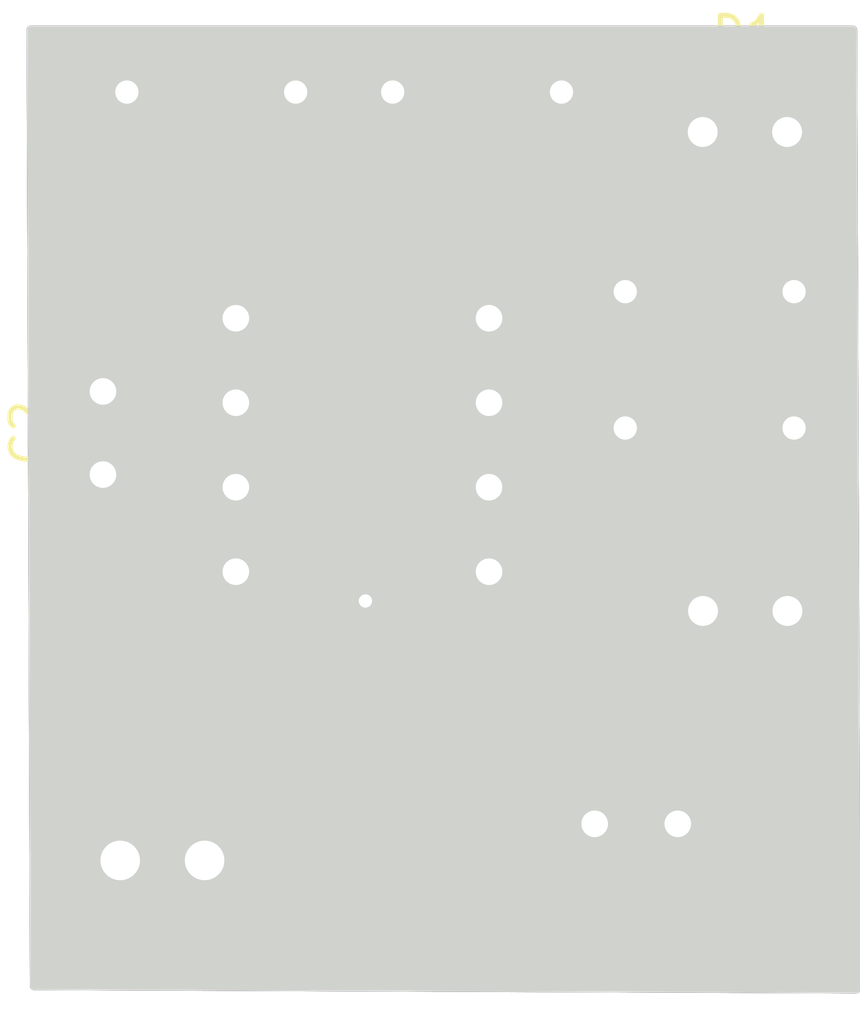
<source format=kicad_pcb>
(kicad_pcb (version 20171130) (host pcbnew "(5.1.9)-1")

  (general
    (thickness 1.6)
    (drawings 0)
    (tracks 51)
    (zones 0)
    (modules 10)
    (nets 9)
  )

  (page A4)
  (layers
    (0 F.Cu signal)
    (31 B.Cu signal)
    (32 B.Adhes user)
    (33 F.Adhes user)
    (34 B.Paste user)
    (35 F.Paste user)
    (36 B.SilkS user)
    (37 F.SilkS user)
    (38 B.Mask user)
    (39 F.Mask user)
    (40 Dwgs.User user)
    (41 Cmts.User user)
    (42 Eco1.User user)
    (43 Eco2.User user)
    (44 Edge.Cuts user)
    (45 Margin user)
    (46 B.CrtYd user)
    (47 F.CrtYd user)
    (48 B.Fab user)
    (49 F.Fab user)
  )

  (setup
    (last_trace_width 0.25)
    (trace_clearance 0.2)
    (zone_clearance 0.508)
    (zone_45_only no)
    (trace_min 0.2)
    (via_size 0.8)
    (via_drill 0.4)
    (via_min_size 0.4)
    (via_min_drill 0.3)
    (uvia_size 0.3)
    (uvia_drill 0.1)
    (uvias_allowed no)
    (uvia_min_size 0.2)
    (uvia_min_drill 0.1)
    (edge_width 0.05)
    (segment_width 0.2)
    (pcb_text_width 0.3)
    (pcb_text_size 1.5 1.5)
    (mod_edge_width 0.12)
    (mod_text_size 1 1)
    (mod_text_width 0.15)
    (pad_size 1.524 1.524)
    (pad_drill 0.762)
    (pad_to_mask_clearance 0)
    (aux_axis_origin 0 0)
    (visible_elements FFFFFF7F)
    (pcbplotparams
      (layerselection 0x010fc_ffffffff)
      (usegerberextensions false)
      (usegerberattributes true)
      (usegerberadvancedattributes true)
      (creategerberjobfile true)
      (excludeedgelayer true)
      (linewidth 0.100000)
      (plotframeref false)
      (viasonmask false)
      (mode 1)
      (useauxorigin false)
      (hpglpennumber 1)
      (hpglpenspeed 20)
      (hpglpendiameter 15.000000)
      (psnegative false)
      (psa4output false)
      (plotreference true)
      (plotvalue true)
      (plotinvisibletext false)
      (padsonsilk false)
      (subtractmaskfromsilk false)
      (outputformat 1)
      (mirror false)
      (drillshape 1)
      (scaleselection 1)
      (outputdirectory ""))
  )

  (net 0 "")
  (net 1 "Net-(C1-Pad1)")
  (net 2 GND)
  (net 3 "Net-(C2-Pad1)")
  (net 4 "Net-(D1-Pad1)")
  (net 5 "Net-(D1-Pad2)")
  (net 6 "Net-(D2-Pad1)")
  (net 7 +5V)
  (net 8 "Net-(R1-Pad2)")

  (net_class Default "This is the default net class."
    (clearance 0.2)
    (trace_width 0.25)
    (via_dia 0.8)
    (via_drill 0.4)
    (uvia_dia 0.3)
    (uvia_drill 0.1)
    (add_net +5V)
    (add_net GND)
    (add_net "Net-(C1-Pad1)")
    (add_net "Net-(C2-Pad1)")
    (add_net "Net-(D1-Pad1)")
    (add_net "Net-(D1-Pad2)")
    (add_net "Net-(D2-Pad1)")
    (add_net "Net-(R1-Pad2)")
  )

  (module Capacitor_THT:CP_Radial_D6.3mm_P2.50mm (layer F.Cu) (tedit 5AE50EF0) (tstamp 62A91855)
    (at 162.1 80)
    (descr "CP, Radial series, Radial, pin pitch=2.50mm, , diameter=6.3mm, Electrolytic Capacitor")
    (tags "CP Radial series Radial pin pitch 2.50mm  diameter 6.3mm Electrolytic Capacitor")
    (path /62A6C1E9)
    (fp_text reference C1 (at 1.25 -4.4) (layer F.SilkS)
      (effects (font (size 1 1) (thickness 0.15)))
    )
    (fp_text value 10uF (at 1.25 4.4) (layer F.Fab)
      (effects (font (size 1 1) (thickness 0.15)))
    )
    (fp_text user %R (at 1.25 0) (layer F.Fab)
      (effects (font (size 1 1) (thickness 0.15)))
    )
    (fp_circle (center 1.25 0) (end 4.4 0) (layer F.Fab) (width 0.1))
    (fp_circle (center 1.25 0) (end 4.52 0) (layer F.SilkS) (width 0.12))
    (fp_circle (center 1.25 0) (end 4.65 0) (layer F.CrtYd) (width 0.05))
    (fp_line (start -1.443972 -1.3735) (end -0.813972 -1.3735) (layer F.Fab) (width 0.1))
    (fp_line (start -1.128972 -1.6885) (end -1.128972 -1.0585) (layer F.Fab) (width 0.1))
    (fp_line (start 1.25 -3.23) (end 1.25 3.23) (layer F.SilkS) (width 0.12))
    (fp_line (start 1.29 -3.23) (end 1.29 3.23) (layer F.SilkS) (width 0.12))
    (fp_line (start 1.33 -3.23) (end 1.33 3.23) (layer F.SilkS) (width 0.12))
    (fp_line (start 1.37 -3.228) (end 1.37 3.228) (layer F.SilkS) (width 0.12))
    (fp_line (start 1.41 -3.227) (end 1.41 3.227) (layer F.SilkS) (width 0.12))
    (fp_line (start 1.45 -3.224) (end 1.45 3.224) (layer F.SilkS) (width 0.12))
    (fp_line (start 1.49 -3.222) (end 1.49 -1.04) (layer F.SilkS) (width 0.12))
    (fp_line (start 1.49 1.04) (end 1.49 3.222) (layer F.SilkS) (width 0.12))
    (fp_line (start 1.53 -3.218) (end 1.53 -1.04) (layer F.SilkS) (width 0.12))
    (fp_line (start 1.53 1.04) (end 1.53 3.218) (layer F.SilkS) (width 0.12))
    (fp_line (start 1.57 -3.215) (end 1.57 -1.04) (layer F.SilkS) (width 0.12))
    (fp_line (start 1.57 1.04) (end 1.57 3.215) (layer F.SilkS) (width 0.12))
    (fp_line (start 1.61 -3.211) (end 1.61 -1.04) (layer F.SilkS) (width 0.12))
    (fp_line (start 1.61 1.04) (end 1.61 3.211) (layer F.SilkS) (width 0.12))
    (fp_line (start 1.65 -3.206) (end 1.65 -1.04) (layer F.SilkS) (width 0.12))
    (fp_line (start 1.65 1.04) (end 1.65 3.206) (layer F.SilkS) (width 0.12))
    (fp_line (start 1.69 -3.201) (end 1.69 -1.04) (layer F.SilkS) (width 0.12))
    (fp_line (start 1.69 1.04) (end 1.69 3.201) (layer F.SilkS) (width 0.12))
    (fp_line (start 1.73 -3.195) (end 1.73 -1.04) (layer F.SilkS) (width 0.12))
    (fp_line (start 1.73 1.04) (end 1.73 3.195) (layer F.SilkS) (width 0.12))
    (fp_line (start 1.77 -3.189) (end 1.77 -1.04) (layer F.SilkS) (width 0.12))
    (fp_line (start 1.77 1.04) (end 1.77 3.189) (layer F.SilkS) (width 0.12))
    (fp_line (start 1.81 -3.182) (end 1.81 -1.04) (layer F.SilkS) (width 0.12))
    (fp_line (start 1.81 1.04) (end 1.81 3.182) (layer F.SilkS) (width 0.12))
    (fp_line (start 1.85 -3.175) (end 1.85 -1.04) (layer F.SilkS) (width 0.12))
    (fp_line (start 1.85 1.04) (end 1.85 3.175) (layer F.SilkS) (width 0.12))
    (fp_line (start 1.89 -3.167) (end 1.89 -1.04) (layer F.SilkS) (width 0.12))
    (fp_line (start 1.89 1.04) (end 1.89 3.167) (layer F.SilkS) (width 0.12))
    (fp_line (start 1.93 -3.159) (end 1.93 -1.04) (layer F.SilkS) (width 0.12))
    (fp_line (start 1.93 1.04) (end 1.93 3.159) (layer F.SilkS) (width 0.12))
    (fp_line (start 1.971 -3.15) (end 1.971 -1.04) (layer F.SilkS) (width 0.12))
    (fp_line (start 1.971 1.04) (end 1.971 3.15) (layer F.SilkS) (width 0.12))
    (fp_line (start 2.011 -3.141) (end 2.011 -1.04) (layer F.SilkS) (width 0.12))
    (fp_line (start 2.011 1.04) (end 2.011 3.141) (layer F.SilkS) (width 0.12))
    (fp_line (start 2.051 -3.131) (end 2.051 -1.04) (layer F.SilkS) (width 0.12))
    (fp_line (start 2.051 1.04) (end 2.051 3.131) (layer F.SilkS) (width 0.12))
    (fp_line (start 2.091 -3.121) (end 2.091 -1.04) (layer F.SilkS) (width 0.12))
    (fp_line (start 2.091 1.04) (end 2.091 3.121) (layer F.SilkS) (width 0.12))
    (fp_line (start 2.131 -3.11) (end 2.131 -1.04) (layer F.SilkS) (width 0.12))
    (fp_line (start 2.131 1.04) (end 2.131 3.11) (layer F.SilkS) (width 0.12))
    (fp_line (start 2.171 -3.098) (end 2.171 -1.04) (layer F.SilkS) (width 0.12))
    (fp_line (start 2.171 1.04) (end 2.171 3.098) (layer F.SilkS) (width 0.12))
    (fp_line (start 2.211 -3.086) (end 2.211 -1.04) (layer F.SilkS) (width 0.12))
    (fp_line (start 2.211 1.04) (end 2.211 3.086) (layer F.SilkS) (width 0.12))
    (fp_line (start 2.251 -3.074) (end 2.251 -1.04) (layer F.SilkS) (width 0.12))
    (fp_line (start 2.251 1.04) (end 2.251 3.074) (layer F.SilkS) (width 0.12))
    (fp_line (start 2.291 -3.061) (end 2.291 -1.04) (layer F.SilkS) (width 0.12))
    (fp_line (start 2.291 1.04) (end 2.291 3.061) (layer F.SilkS) (width 0.12))
    (fp_line (start 2.331 -3.047) (end 2.331 -1.04) (layer F.SilkS) (width 0.12))
    (fp_line (start 2.331 1.04) (end 2.331 3.047) (layer F.SilkS) (width 0.12))
    (fp_line (start 2.371 -3.033) (end 2.371 -1.04) (layer F.SilkS) (width 0.12))
    (fp_line (start 2.371 1.04) (end 2.371 3.033) (layer F.SilkS) (width 0.12))
    (fp_line (start 2.411 -3.018) (end 2.411 -1.04) (layer F.SilkS) (width 0.12))
    (fp_line (start 2.411 1.04) (end 2.411 3.018) (layer F.SilkS) (width 0.12))
    (fp_line (start 2.451 -3.002) (end 2.451 -1.04) (layer F.SilkS) (width 0.12))
    (fp_line (start 2.451 1.04) (end 2.451 3.002) (layer F.SilkS) (width 0.12))
    (fp_line (start 2.491 -2.986) (end 2.491 -1.04) (layer F.SilkS) (width 0.12))
    (fp_line (start 2.491 1.04) (end 2.491 2.986) (layer F.SilkS) (width 0.12))
    (fp_line (start 2.531 -2.97) (end 2.531 -1.04) (layer F.SilkS) (width 0.12))
    (fp_line (start 2.531 1.04) (end 2.531 2.97) (layer F.SilkS) (width 0.12))
    (fp_line (start 2.571 -2.952) (end 2.571 -1.04) (layer F.SilkS) (width 0.12))
    (fp_line (start 2.571 1.04) (end 2.571 2.952) (layer F.SilkS) (width 0.12))
    (fp_line (start 2.611 -2.934) (end 2.611 -1.04) (layer F.SilkS) (width 0.12))
    (fp_line (start 2.611 1.04) (end 2.611 2.934) (layer F.SilkS) (width 0.12))
    (fp_line (start 2.651 -2.916) (end 2.651 -1.04) (layer F.SilkS) (width 0.12))
    (fp_line (start 2.651 1.04) (end 2.651 2.916) (layer F.SilkS) (width 0.12))
    (fp_line (start 2.691 -2.896) (end 2.691 -1.04) (layer F.SilkS) (width 0.12))
    (fp_line (start 2.691 1.04) (end 2.691 2.896) (layer F.SilkS) (width 0.12))
    (fp_line (start 2.731 -2.876) (end 2.731 -1.04) (layer F.SilkS) (width 0.12))
    (fp_line (start 2.731 1.04) (end 2.731 2.876) (layer F.SilkS) (width 0.12))
    (fp_line (start 2.771 -2.856) (end 2.771 -1.04) (layer F.SilkS) (width 0.12))
    (fp_line (start 2.771 1.04) (end 2.771 2.856) (layer F.SilkS) (width 0.12))
    (fp_line (start 2.811 -2.834) (end 2.811 -1.04) (layer F.SilkS) (width 0.12))
    (fp_line (start 2.811 1.04) (end 2.811 2.834) (layer F.SilkS) (width 0.12))
    (fp_line (start 2.851 -2.812) (end 2.851 -1.04) (layer F.SilkS) (width 0.12))
    (fp_line (start 2.851 1.04) (end 2.851 2.812) (layer F.SilkS) (width 0.12))
    (fp_line (start 2.891 -2.79) (end 2.891 -1.04) (layer F.SilkS) (width 0.12))
    (fp_line (start 2.891 1.04) (end 2.891 2.79) (layer F.SilkS) (width 0.12))
    (fp_line (start 2.931 -2.766) (end 2.931 -1.04) (layer F.SilkS) (width 0.12))
    (fp_line (start 2.931 1.04) (end 2.931 2.766) (layer F.SilkS) (width 0.12))
    (fp_line (start 2.971 -2.742) (end 2.971 -1.04) (layer F.SilkS) (width 0.12))
    (fp_line (start 2.971 1.04) (end 2.971 2.742) (layer F.SilkS) (width 0.12))
    (fp_line (start 3.011 -2.716) (end 3.011 -1.04) (layer F.SilkS) (width 0.12))
    (fp_line (start 3.011 1.04) (end 3.011 2.716) (layer F.SilkS) (width 0.12))
    (fp_line (start 3.051 -2.69) (end 3.051 -1.04) (layer F.SilkS) (width 0.12))
    (fp_line (start 3.051 1.04) (end 3.051 2.69) (layer F.SilkS) (width 0.12))
    (fp_line (start 3.091 -2.664) (end 3.091 -1.04) (layer F.SilkS) (width 0.12))
    (fp_line (start 3.091 1.04) (end 3.091 2.664) (layer F.SilkS) (width 0.12))
    (fp_line (start 3.131 -2.636) (end 3.131 -1.04) (layer F.SilkS) (width 0.12))
    (fp_line (start 3.131 1.04) (end 3.131 2.636) (layer F.SilkS) (width 0.12))
    (fp_line (start 3.171 -2.607) (end 3.171 -1.04) (layer F.SilkS) (width 0.12))
    (fp_line (start 3.171 1.04) (end 3.171 2.607) (layer F.SilkS) (width 0.12))
    (fp_line (start 3.211 -2.578) (end 3.211 -1.04) (layer F.SilkS) (width 0.12))
    (fp_line (start 3.211 1.04) (end 3.211 2.578) (layer F.SilkS) (width 0.12))
    (fp_line (start 3.251 -2.548) (end 3.251 -1.04) (layer F.SilkS) (width 0.12))
    (fp_line (start 3.251 1.04) (end 3.251 2.548) (layer F.SilkS) (width 0.12))
    (fp_line (start 3.291 -2.516) (end 3.291 -1.04) (layer F.SilkS) (width 0.12))
    (fp_line (start 3.291 1.04) (end 3.291 2.516) (layer F.SilkS) (width 0.12))
    (fp_line (start 3.331 -2.484) (end 3.331 -1.04) (layer F.SilkS) (width 0.12))
    (fp_line (start 3.331 1.04) (end 3.331 2.484) (layer F.SilkS) (width 0.12))
    (fp_line (start 3.371 -2.45) (end 3.371 -1.04) (layer F.SilkS) (width 0.12))
    (fp_line (start 3.371 1.04) (end 3.371 2.45) (layer F.SilkS) (width 0.12))
    (fp_line (start 3.411 -2.416) (end 3.411 -1.04) (layer F.SilkS) (width 0.12))
    (fp_line (start 3.411 1.04) (end 3.411 2.416) (layer F.SilkS) (width 0.12))
    (fp_line (start 3.451 -2.38) (end 3.451 -1.04) (layer F.SilkS) (width 0.12))
    (fp_line (start 3.451 1.04) (end 3.451 2.38) (layer F.SilkS) (width 0.12))
    (fp_line (start 3.491 -2.343) (end 3.491 -1.04) (layer F.SilkS) (width 0.12))
    (fp_line (start 3.491 1.04) (end 3.491 2.343) (layer F.SilkS) (width 0.12))
    (fp_line (start 3.531 -2.305) (end 3.531 -1.04) (layer F.SilkS) (width 0.12))
    (fp_line (start 3.531 1.04) (end 3.531 2.305) (layer F.SilkS) (width 0.12))
    (fp_line (start 3.571 -2.265) (end 3.571 2.265) (layer F.SilkS) (width 0.12))
    (fp_line (start 3.611 -2.224) (end 3.611 2.224) (layer F.SilkS) (width 0.12))
    (fp_line (start 3.651 -2.182) (end 3.651 2.182) (layer F.SilkS) (width 0.12))
    (fp_line (start 3.691 -2.137) (end 3.691 2.137) (layer F.SilkS) (width 0.12))
    (fp_line (start 3.731 -2.092) (end 3.731 2.092) (layer F.SilkS) (width 0.12))
    (fp_line (start 3.771 -2.044) (end 3.771 2.044) (layer F.SilkS) (width 0.12))
    (fp_line (start 3.811 -1.995) (end 3.811 1.995) (layer F.SilkS) (width 0.12))
    (fp_line (start 3.851 -1.944) (end 3.851 1.944) (layer F.SilkS) (width 0.12))
    (fp_line (start 3.891 -1.89) (end 3.891 1.89) (layer F.SilkS) (width 0.12))
    (fp_line (start 3.931 -1.834) (end 3.931 1.834) (layer F.SilkS) (width 0.12))
    (fp_line (start 3.971 -1.776) (end 3.971 1.776) (layer F.SilkS) (width 0.12))
    (fp_line (start 4.011 -1.714) (end 4.011 1.714) (layer F.SilkS) (width 0.12))
    (fp_line (start 4.051 -1.65) (end 4.051 1.65) (layer F.SilkS) (width 0.12))
    (fp_line (start 4.091 -1.581) (end 4.091 1.581) (layer F.SilkS) (width 0.12))
    (fp_line (start 4.131 -1.509) (end 4.131 1.509) (layer F.SilkS) (width 0.12))
    (fp_line (start 4.171 -1.432) (end 4.171 1.432) (layer F.SilkS) (width 0.12))
    (fp_line (start 4.211 -1.35) (end 4.211 1.35) (layer F.SilkS) (width 0.12))
    (fp_line (start 4.251 -1.262) (end 4.251 1.262) (layer F.SilkS) (width 0.12))
    (fp_line (start 4.291 -1.165) (end 4.291 1.165) (layer F.SilkS) (width 0.12))
    (fp_line (start 4.331 -1.059) (end 4.331 1.059) (layer F.SilkS) (width 0.12))
    (fp_line (start 4.371 -0.94) (end 4.371 0.94) (layer F.SilkS) (width 0.12))
    (fp_line (start 4.411 -0.802) (end 4.411 0.802) (layer F.SilkS) (width 0.12))
    (fp_line (start 4.451 -0.633) (end 4.451 0.633) (layer F.SilkS) (width 0.12))
    (fp_line (start 4.491 -0.402) (end 4.491 0.402) (layer F.SilkS) (width 0.12))
    (fp_line (start -2.250241 -1.839) (end -1.620241 -1.839) (layer F.SilkS) (width 0.12))
    (fp_line (start -1.935241 -2.154) (end -1.935241 -1.524) (layer F.SilkS) (width 0.12))
    (pad 2 thru_hole circle (at 2.5 0) (size 1.6 1.6) (drill 0.8) (layers *.Cu *.Mask)
      (net 2 GND))
    (pad 1 thru_hole rect (at 0 0) (size 1.6 1.6) (drill 0.8) (layers *.Cu *.Mask)
      (net 1 "Net-(C1-Pad1)"))
    (model ${KISYS3DMOD}/Capacitor_THT.3dshapes/CP_Radial_D6.3mm_P2.50mm.wrl
      (at (xyz 0 0 0))
      (scale (xyz 1 1 1))
      (rotate (xyz 0 0 0))
    )
  )

  (module Capacitor_THT:C_Disc_D3.0mm_W2.0mm_P2.50mm (layer F.Cu) (tedit 5AE50EF0) (tstamp 62A9186A)
    (at 147.3 69.5 90)
    (descr "C, Disc series, Radial, pin pitch=2.50mm, , diameter*width=3*2mm^2, Capacitor")
    (tags "C Disc series Radial pin pitch 2.50mm  diameter 3mm width 2mm Capacitor")
    (path /62A6D2DF)
    (fp_text reference C2 (at 1.25 -2.25 90) (layer F.SilkS)
      (effects (font (size 1 1) (thickness 0.15)))
    )
    (fp_text value 0.1uF (at 1.25 2.25 90) (layer F.Fab)
      (effects (font (size 1 1) (thickness 0.15)))
    )
    (fp_text user %R (at 1.25 0 90) (layer F.Fab)
      (effects (font (size 0.6 0.6) (thickness 0.09)))
    )
    (fp_line (start -0.25 -1) (end -0.25 1) (layer F.Fab) (width 0.1))
    (fp_line (start -0.25 1) (end 2.75 1) (layer F.Fab) (width 0.1))
    (fp_line (start 2.75 1) (end 2.75 -1) (layer F.Fab) (width 0.1))
    (fp_line (start 2.75 -1) (end -0.25 -1) (layer F.Fab) (width 0.1))
    (fp_line (start -0.37 -1.12) (end 2.87 -1.12) (layer F.SilkS) (width 0.12))
    (fp_line (start -0.37 1.12) (end 2.87 1.12) (layer F.SilkS) (width 0.12))
    (fp_line (start -0.37 -1.12) (end -0.37 -1.055) (layer F.SilkS) (width 0.12))
    (fp_line (start -0.37 1.055) (end -0.37 1.12) (layer F.SilkS) (width 0.12))
    (fp_line (start 2.87 -1.12) (end 2.87 -1.055) (layer F.SilkS) (width 0.12))
    (fp_line (start 2.87 1.055) (end 2.87 1.12) (layer F.SilkS) (width 0.12))
    (fp_line (start -1.05 -1.25) (end -1.05 1.25) (layer F.CrtYd) (width 0.05))
    (fp_line (start -1.05 1.25) (end 3.55 1.25) (layer F.CrtYd) (width 0.05))
    (fp_line (start 3.55 1.25) (end 3.55 -1.25) (layer F.CrtYd) (width 0.05))
    (fp_line (start 3.55 -1.25) (end -1.05 -1.25) (layer F.CrtYd) (width 0.05))
    (pad 2 thru_hole circle (at 2.5 0 90) (size 1.6 1.6) (drill 0.8) (layers *.Cu *.Mask)
      (net 2 GND))
    (pad 1 thru_hole circle (at 0 0 90) (size 1.6 1.6) (drill 0.8) (layers *.Cu *.Mask)
      (net 3 "Net-(C2-Pad1)"))
    (model ${KISYS3DMOD}/Capacitor_THT.3dshapes/C_Disc_D3.0mm_W2.0mm_P2.50mm.wrl
      (at (xyz 0 0 0))
      (scale (xyz 1 1 1))
      (rotate (xyz 0 0 0))
    )
  )

  (module LED_THT:LED_D3.0mm (layer F.Cu) (tedit 587A3A7B) (tstamp 62A9187D)
    (at 165.35 59.2)
    (descr "LED, diameter 3.0mm, 2 pins")
    (tags "LED diameter 3.0mm 2 pins")
    (path /62A69F69)
    (fp_text reference D1 (at 1.27 -2.96) (layer F.SilkS)
      (effects (font (size 1 1) (thickness 0.15)))
    )
    (fp_text value LED (at 1.27 2.96) (layer F.Fab)
      (effects (font (size 1 1) (thickness 0.15)))
    )
    (fp_arc (start 1.27 0) (end 0.229039 1.08) (angle -87.9) (layer F.SilkS) (width 0.12))
    (fp_arc (start 1.27 0) (end 0.229039 -1.08) (angle 87.9) (layer F.SilkS) (width 0.12))
    (fp_arc (start 1.27 0) (end -0.29 1.235516) (angle -108.8) (layer F.SilkS) (width 0.12))
    (fp_arc (start 1.27 0) (end -0.29 -1.235516) (angle 108.8) (layer F.SilkS) (width 0.12))
    (fp_arc (start 1.27 0) (end -0.23 -1.16619) (angle 284.3) (layer F.Fab) (width 0.1))
    (fp_circle (center 1.27 0) (end 2.77 0) (layer F.Fab) (width 0.1))
    (fp_line (start -0.23 -1.16619) (end -0.23 1.16619) (layer F.Fab) (width 0.1))
    (fp_line (start -0.29 -1.236) (end -0.29 -1.08) (layer F.SilkS) (width 0.12))
    (fp_line (start -0.29 1.08) (end -0.29 1.236) (layer F.SilkS) (width 0.12))
    (fp_line (start -1.15 -2.25) (end -1.15 2.25) (layer F.CrtYd) (width 0.05))
    (fp_line (start -1.15 2.25) (end 3.7 2.25) (layer F.CrtYd) (width 0.05))
    (fp_line (start 3.7 2.25) (end 3.7 -2.25) (layer F.CrtYd) (width 0.05))
    (fp_line (start 3.7 -2.25) (end -1.15 -2.25) (layer F.CrtYd) (width 0.05))
    (pad 2 thru_hole circle (at 2.54 0) (size 1.8 1.8) (drill 0.9) (layers *.Cu *.Mask)
      (net 5 "Net-(D1-Pad2)"))
    (pad 1 thru_hole rect (at 0 0) (size 1.8 1.8) (drill 0.9) (layers *.Cu *.Mask)
      (net 4 "Net-(D1-Pad1)"))
    (model ${KISYS3DMOD}/LED_THT.3dshapes/LED_D3.0mm.wrl
      (at (xyz 0 0 0))
      (scale (xyz 1 1 1))
      (rotate (xyz 0 0 0))
    )
  )

  (module LED_THT:LED_D3.0mm (layer F.Cu) (tedit 587A3A7B) (tstamp 62A91890)
    (at 167.9 73.6 180)
    (descr "LED, diameter 3.0mm, 2 pins")
    (tags "LED diameter 3.0mm 2 pins")
    (path /62A6B8D7)
    (fp_text reference D2 (at 1.27 -2.96) (layer F.SilkS)
      (effects (font (size 1 1) (thickness 0.15)))
    )
    (fp_text value LED (at 1.27 2.96) (layer F.Fab)
      (effects (font (size 1 1) (thickness 0.15)))
    )
    (fp_line (start 3.7 -2.25) (end -1.15 -2.25) (layer F.CrtYd) (width 0.05))
    (fp_line (start 3.7 2.25) (end 3.7 -2.25) (layer F.CrtYd) (width 0.05))
    (fp_line (start -1.15 2.25) (end 3.7 2.25) (layer F.CrtYd) (width 0.05))
    (fp_line (start -1.15 -2.25) (end -1.15 2.25) (layer F.CrtYd) (width 0.05))
    (fp_line (start -0.29 1.08) (end -0.29 1.236) (layer F.SilkS) (width 0.12))
    (fp_line (start -0.29 -1.236) (end -0.29 -1.08) (layer F.SilkS) (width 0.12))
    (fp_line (start -0.23 -1.16619) (end -0.23 1.16619) (layer F.Fab) (width 0.1))
    (fp_circle (center 1.27 0) (end 2.77 0) (layer F.Fab) (width 0.1))
    (fp_arc (start 1.27 0) (end -0.23 -1.16619) (angle 284.3) (layer F.Fab) (width 0.1))
    (fp_arc (start 1.27 0) (end -0.29 -1.235516) (angle 108.8) (layer F.SilkS) (width 0.12))
    (fp_arc (start 1.27 0) (end -0.29 1.235516) (angle -108.8) (layer F.SilkS) (width 0.12))
    (fp_arc (start 1.27 0) (end 0.229039 -1.08) (angle 87.9) (layer F.SilkS) (width 0.12))
    (fp_arc (start 1.27 0) (end 0.229039 1.08) (angle -87.9) (layer F.SilkS) (width 0.12))
    (pad 1 thru_hole rect (at 0 0 180) (size 1.8 1.8) (drill 0.9) (layers *.Cu *.Mask)
      (net 6 "Net-(D2-Pad1)"))
    (pad 2 thru_hole circle (at 2.54 0 180) (size 1.8 1.8) (drill 0.9) (layers *.Cu *.Mask)
      (net 4 "Net-(D1-Pad1)"))
    (model ${KISYS3DMOD}/LED_THT.3dshapes/LED_D3.0mm.wrl
      (at (xyz 0 0 0))
      (scale (xyz 1 1 1))
      (rotate (xyz 0 0 0))
    )
  )

  (module Connector_Molex:Molex_KK-254_AE-6410-02A_1x02_P2.54mm_Vertical (layer F.Cu) (tedit 5EA53D3B) (tstamp 62A918B4)
    (at 147.82 81.1)
    (descr "Molex KK-254 Interconnect System, old/engineering part number: AE-6410-02A example for new part number: 22-27-2021, 2 Pins (http://www.molex.com/pdm_docs/sd/022272021_sd.pdf), generated with kicad-footprint-generator")
    (tags "connector Molex KK-254 vertical")
    (path /62A76352)
    (fp_text reference J1 (at 1.27 -4.12) (layer F.SilkS)
      (effects (font (size 1 1) (thickness 0.15)))
    )
    (fp_text value PWR (at 1.27 4.08) (layer F.Fab)
      (effects (font (size 1 1) (thickness 0.15)))
    )
    (fp_text user %R (at 1.27 -2.22) (layer F.Fab)
      (effects (font (size 1 1) (thickness 0.15)))
    )
    (fp_line (start -1.27 -2.92) (end -1.27 2.88) (layer F.Fab) (width 0.1))
    (fp_line (start -1.27 2.88) (end 3.81 2.88) (layer F.Fab) (width 0.1))
    (fp_line (start 3.81 2.88) (end 3.81 -2.92) (layer F.Fab) (width 0.1))
    (fp_line (start 3.81 -2.92) (end -1.27 -2.92) (layer F.Fab) (width 0.1))
    (fp_line (start -1.38 -3.03) (end -1.38 2.99) (layer F.SilkS) (width 0.12))
    (fp_line (start -1.38 2.99) (end 3.92 2.99) (layer F.SilkS) (width 0.12))
    (fp_line (start 3.92 2.99) (end 3.92 -3.03) (layer F.SilkS) (width 0.12))
    (fp_line (start 3.92 -3.03) (end -1.38 -3.03) (layer F.SilkS) (width 0.12))
    (fp_line (start -1.67 -2) (end -1.67 2) (layer F.SilkS) (width 0.12))
    (fp_line (start -1.27 -0.5) (end -0.562893 0) (layer F.Fab) (width 0.1))
    (fp_line (start -0.562893 0) (end -1.27 0.5) (layer F.Fab) (width 0.1))
    (fp_line (start 0 2.99) (end 0 1.99) (layer F.SilkS) (width 0.12))
    (fp_line (start 0 1.99) (end 2.54 1.99) (layer F.SilkS) (width 0.12))
    (fp_line (start 2.54 1.99) (end 2.54 2.99) (layer F.SilkS) (width 0.12))
    (fp_line (start 0 1.99) (end 0.25 1.46) (layer F.SilkS) (width 0.12))
    (fp_line (start 0.25 1.46) (end 2.29 1.46) (layer F.SilkS) (width 0.12))
    (fp_line (start 2.29 1.46) (end 2.54 1.99) (layer F.SilkS) (width 0.12))
    (fp_line (start 0.25 2.99) (end 0.25 1.99) (layer F.SilkS) (width 0.12))
    (fp_line (start 2.29 2.99) (end 2.29 1.99) (layer F.SilkS) (width 0.12))
    (fp_line (start -0.8 -3.03) (end -0.8 -2.43) (layer F.SilkS) (width 0.12))
    (fp_line (start -0.8 -2.43) (end 0.8 -2.43) (layer F.SilkS) (width 0.12))
    (fp_line (start 0.8 -2.43) (end 0.8 -3.03) (layer F.SilkS) (width 0.12))
    (fp_line (start 1.74 -3.03) (end 1.74 -2.43) (layer F.SilkS) (width 0.12))
    (fp_line (start 1.74 -2.43) (end 3.34 -2.43) (layer F.SilkS) (width 0.12))
    (fp_line (start 3.34 -2.43) (end 3.34 -3.03) (layer F.SilkS) (width 0.12))
    (fp_line (start -1.77 -3.42) (end -1.77 3.38) (layer F.CrtYd) (width 0.05))
    (fp_line (start -1.77 3.38) (end 4.31 3.38) (layer F.CrtYd) (width 0.05))
    (fp_line (start 4.31 3.38) (end 4.31 -3.42) (layer F.CrtYd) (width 0.05))
    (fp_line (start 4.31 -3.42) (end -1.77 -3.42) (layer F.CrtYd) (width 0.05))
    (pad 2 thru_hole oval (at 2.54 0) (size 1.74 2.19) (drill 1.19) (layers *.Cu *.Mask)
      (net 2 GND))
    (pad 1 thru_hole roundrect (at 0 0) (size 1.74 2.19) (drill 1.19) (layers *.Cu *.Mask) (roundrect_rratio 0.143678)
      (net 7 +5V))
    (model ${KISYS3DMOD}/Connector_Molex.3dshapes/Molex_KK-254_AE-6410-02A_1x02_P2.54mm_Vertical.wrl
      (at (xyz 0 0 0))
      (scale (xyz 1 1 1))
      (rotate (xyz 0 0 0))
    )
  )

  (module Resistor_THT:R_Axial_DIN0204_L3.6mm_D1.6mm_P5.08mm_Horizontal (layer F.Cu) (tedit 5AE5139B) (tstamp 62A918C7)
    (at 161.1 58 180)
    (descr "Resistor, Axial_DIN0204 series, Axial, Horizontal, pin pitch=5.08mm, 0.167W, length*diameter=3.6*1.6mm^2, http://cdn-reichelt.de/documents/datenblatt/B400/1_4W%23YAG.pdf")
    (tags "Resistor Axial_DIN0204 series Axial Horizontal pin pitch 5.08mm 0.167W length 3.6mm diameter 1.6mm")
    (path /62A6782D)
    (fp_text reference R1 (at 2.54 -1.92) (layer F.SilkS)
      (effects (font (size 1 1) (thickness 0.15)))
    )
    (fp_text value 100k (at 2.54 1.92) (layer F.Fab)
      (effects (font (size 1 1) (thickness 0.15)))
    )
    (fp_line (start 6.03 -1.05) (end -0.95 -1.05) (layer F.CrtYd) (width 0.05))
    (fp_line (start 6.03 1.05) (end 6.03 -1.05) (layer F.CrtYd) (width 0.05))
    (fp_line (start -0.95 1.05) (end 6.03 1.05) (layer F.CrtYd) (width 0.05))
    (fp_line (start -0.95 -1.05) (end -0.95 1.05) (layer F.CrtYd) (width 0.05))
    (fp_line (start 0.62 0.92) (end 4.46 0.92) (layer F.SilkS) (width 0.12))
    (fp_line (start 0.62 -0.92) (end 4.46 -0.92) (layer F.SilkS) (width 0.12))
    (fp_line (start 5.08 0) (end 4.34 0) (layer F.Fab) (width 0.1))
    (fp_line (start 0 0) (end 0.74 0) (layer F.Fab) (width 0.1))
    (fp_line (start 4.34 -0.8) (end 0.74 -0.8) (layer F.Fab) (width 0.1))
    (fp_line (start 4.34 0.8) (end 4.34 -0.8) (layer F.Fab) (width 0.1))
    (fp_line (start 0.74 0.8) (end 4.34 0.8) (layer F.Fab) (width 0.1))
    (fp_line (start 0.74 -0.8) (end 0.74 0.8) (layer F.Fab) (width 0.1))
    (fp_text user %R (at 2.54 -0.029601) (layer F.Fab)
      (effects (font (size 0.72 0.72) (thickness 0.108)))
    )
    (pad 1 thru_hole circle (at 0 0 180) (size 1.4 1.4) (drill 0.7) (layers *.Cu *.Mask)
      (net 7 +5V))
    (pad 2 thru_hole oval (at 5.08 0 180) (size 1.4 1.4) (drill 0.7) (layers *.Cu *.Mask)
      (net 8 "Net-(R1-Pad2)"))
    (model ${KISYS3DMOD}/Resistor_THT.3dshapes/R_Axial_DIN0204_L3.6mm_D1.6mm_P5.08mm_Horizontal.wrl
      (at (xyz 0 0 0))
      (scale (xyz 1 1 1))
      (rotate (xyz 0 0 0))
    )
  )

  (module Resistor_THT:R_Axial_DIN0204_L3.6mm_D1.6mm_P5.08mm_Horizontal (layer F.Cu) (tedit 5AE5139B) (tstamp 62A918DA)
    (at 153.1 58 180)
    (descr "Resistor, Axial_DIN0204 series, Axial, Horizontal, pin pitch=5.08mm, 0.167W, length*diameter=3.6*1.6mm^2, http://cdn-reichelt.de/documents/datenblatt/B400/1_4W%23YAG.pdf")
    (tags "Resistor Axial_DIN0204 series Axial Horizontal pin pitch 5.08mm 0.167W length 3.6mm diameter 1.6mm")
    (path /62A68452)
    (fp_text reference R2 (at 2.54 -1.92) (layer F.SilkS)
      (effects (font (size 1 1) (thickness 0.15)))
    )
    (fp_text value 50k (at 2.54 1.92) (layer F.Fab)
      (effects (font (size 1 1) (thickness 0.15)))
    )
    (fp_text user %R (at 2.474999 0) (layer F.Fab)
      (effects (font (size 0.72 0.72) (thickness 0.108)))
    )
    (fp_line (start 0.74 -0.8) (end 0.74 0.8) (layer F.Fab) (width 0.1))
    (fp_line (start 0.74 0.8) (end 4.34 0.8) (layer F.Fab) (width 0.1))
    (fp_line (start 4.34 0.8) (end 4.34 -0.8) (layer F.Fab) (width 0.1))
    (fp_line (start 4.34 -0.8) (end 0.74 -0.8) (layer F.Fab) (width 0.1))
    (fp_line (start 0 0) (end 0.74 0) (layer F.Fab) (width 0.1))
    (fp_line (start 5.08 0) (end 4.34 0) (layer F.Fab) (width 0.1))
    (fp_line (start 0.62 -0.92) (end 4.46 -0.92) (layer F.SilkS) (width 0.12))
    (fp_line (start 0.62 0.92) (end 4.46 0.92) (layer F.SilkS) (width 0.12))
    (fp_line (start -0.95 -1.05) (end -0.95 1.05) (layer F.CrtYd) (width 0.05))
    (fp_line (start -0.95 1.05) (end 6.03 1.05) (layer F.CrtYd) (width 0.05))
    (fp_line (start 6.03 1.05) (end 6.03 -1.05) (layer F.CrtYd) (width 0.05))
    (fp_line (start 6.03 -1.05) (end -0.95 -1.05) (layer F.CrtYd) (width 0.05))
    (pad 2 thru_hole oval (at 5.08 0 180) (size 1.4 1.4) (drill 0.7) (layers *.Cu *.Mask)
      (net 1 "Net-(C1-Pad1)"))
    (pad 1 thru_hole circle (at 0 0 180) (size 1.4 1.4) (drill 0.7) (layers *.Cu *.Mask)
      (net 8 "Net-(R1-Pad2)"))
    (model ${KISYS3DMOD}/Resistor_THT.3dshapes/R_Axial_DIN0204_L3.6mm_D1.6mm_P5.08mm_Horizontal.wrl
      (at (xyz 0 0 0))
      (scale (xyz 1 1 1))
      (rotate (xyz 0 0 0))
    )
  )

  (module Resistor_THT:R_Axial_DIN0204_L3.6mm_D1.6mm_P5.08mm_Horizontal (layer F.Cu) (tedit 5AE5139B) (tstamp 62A918ED)
    (at 163.02 64)
    (descr "Resistor, Axial_DIN0204 series, Axial, Horizontal, pin pitch=5.08mm, 0.167W, length*diameter=3.6*1.6mm^2, http://cdn-reichelt.de/documents/datenblatt/B400/1_4W%23YAG.pdf")
    (tags "Resistor Axial_DIN0204 series Axial Horizontal pin pitch 5.08mm 0.167W length 3.6mm diameter 1.6mm")
    (path /62A669ED)
    (fp_text reference R3 (at 2.54 -1.92) (layer F.SilkS)
      (effects (font (size 1 1) (thickness 0.15)))
    )
    (fp_text value 330 (at 2.54 1.92) (layer F.Fab)
      (effects (font (size 1 1) (thickness 0.15)))
    )
    (fp_text user %R (at 2.54 0) (layer F.Fab)
      (effects (font (size 0.72 0.72) (thickness 0.108)))
    )
    (fp_line (start 0.74 -0.8) (end 0.74 0.8) (layer F.Fab) (width 0.1))
    (fp_line (start 0.74 0.8) (end 4.34 0.8) (layer F.Fab) (width 0.1))
    (fp_line (start 4.34 0.8) (end 4.34 -0.8) (layer F.Fab) (width 0.1))
    (fp_line (start 4.34 -0.8) (end 0.74 -0.8) (layer F.Fab) (width 0.1))
    (fp_line (start 0 0) (end 0.74 0) (layer F.Fab) (width 0.1))
    (fp_line (start 5.08 0) (end 4.34 0) (layer F.Fab) (width 0.1))
    (fp_line (start 0.62 -0.92) (end 4.46 -0.92) (layer F.SilkS) (width 0.12))
    (fp_line (start 0.62 0.92) (end 4.46 0.92) (layer F.SilkS) (width 0.12))
    (fp_line (start -0.95 -1.05) (end -0.95 1.05) (layer F.CrtYd) (width 0.05))
    (fp_line (start -0.95 1.05) (end 6.03 1.05) (layer F.CrtYd) (width 0.05))
    (fp_line (start 6.03 1.05) (end 6.03 -1.05) (layer F.CrtYd) (width 0.05))
    (fp_line (start 6.03 -1.05) (end -0.95 -1.05) (layer F.CrtYd) (width 0.05))
    (pad 2 thru_hole oval (at 5.08 0) (size 1.4 1.4) (drill 0.7) (layers *.Cu *.Mask)
      (net 5 "Net-(D1-Pad2)"))
    (pad 1 thru_hole circle (at 0 0) (size 1.4 1.4) (drill 0.7) (layers *.Cu *.Mask)
      (net 7 +5V))
    (model ${KISYS3DMOD}/Resistor_THT.3dshapes/R_Axial_DIN0204_L3.6mm_D1.6mm_P5.08mm_Horizontal.wrl
      (at (xyz 0 0 0))
      (scale (xyz 1 1 1))
      (rotate (xyz 0 0 0))
    )
  )

  (module Resistor_THT:R_Axial_DIN0204_L3.6mm_D1.6mm_P5.08mm_Horizontal (layer F.Cu) (tedit 5AE5139B) (tstamp 62A91900)
    (at 168.1 68.1 180)
    (descr "Resistor, Axial_DIN0204 series, Axial, Horizontal, pin pitch=5.08mm, 0.167W, length*diameter=3.6*1.6mm^2, http://cdn-reichelt.de/documents/datenblatt/B400/1_4W%23YAG.pdf")
    (tags "Resistor Axial_DIN0204 series Axial Horizontal pin pitch 5.08mm 0.167W length 3.6mm diameter 1.6mm")
    (path /62A68D99)
    (fp_text reference R4 (at 2.54 -1.92) (layer F.SilkS)
      (effects (font (size 1 1) (thickness 0.15)))
    )
    (fp_text value 330 (at 2.54 1.92) (layer F.Fab)
      (effects (font (size 1 1) (thickness 0.15)))
    )
    (fp_line (start 6.03 -1.05) (end -0.95 -1.05) (layer F.CrtYd) (width 0.05))
    (fp_line (start 6.03 1.05) (end 6.03 -1.05) (layer F.CrtYd) (width 0.05))
    (fp_line (start -0.95 1.05) (end 6.03 1.05) (layer F.CrtYd) (width 0.05))
    (fp_line (start -0.95 -1.05) (end -0.95 1.05) (layer F.CrtYd) (width 0.05))
    (fp_line (start 0.62 0.92) (end 4.46 0.92) (layer F.SilkS) (width 0.12))
    (fp_line (start 0.62 -0.92) (end 4.46 -0.92) (layer F.SilkS) (width 0.12))
    (fp_line (start 5.08 0) (end 4.34 0) (layer F.Fab) (width 0.1))
    (fp_line (start 0 0) (end 0.74 0) (layer F.Fab) (width 0.1))
    (fp_line (start 4.34 -0.8) (end 0.74 -0.8) (layer F.Fab) (width 0.1))
    (fp_line (start 4.34 0.8) (end 4.34 -0.8) (layer F.Fab) (width 0.1))
    (fp_line (start 0.74 0.8) (end 4.34 0.8) (layer F.Fab) (width 0.1))
    (fp_line (start 0.74 -0.8) (end 0.74 0.8) (layer F.Fab) (width 0.1))
    (fp_text user %R (at 2.54 0) (layer F.Fab)
      (effects (font (size 0.72 0.72) (thickness 0.108)))
    )
    (pad 1 thru_hole circle (at 0 0 180) (size 1.4 1.4) (drill 0.7) (layers *.Cu *.Mask)
      (net 6 "Net-(D2-Pad1)"))
    (pad 2 thru_hole oval (at 5.08 0 180) (size 1.4 1.4) (drill 0.7) (layers *.Cu *.Mask)
      (net 2 GND))
    (model ${KISYS3DMOD}/Resistor_THT.3dshapes/R_Axial_DIN0204_L3.6mm_D1.6mm_P5.08mm_Horizontal.wrl
      (at (xyz 0 0 0))
      (scale (xyz 1 1 1))
      (rotate (xyz 0 0 0))
    )
  )

  (module Package_DIP:DIP-8_W7.62mm (layer F.Cu) (tedit 5A02E8C5) (tstamp 62A91C85)
    (at 151.3 64.8)
    (descr "8-lead though-hole mounted DIP package, row spacing 7.62 mm (300 mils)")
    (tags "THT DIP DIL PDIP 2.54mm 7.62mm 300mil")
    (path /62A6F385)
    (fp_text reference U1 (at 3.81 -2.33) (layer F.SilkS)
      (effects (font (size 1 1) (thickness 0.15)))
    )
    (fp_text value NE555P (at 3.81 9.95) (layer F.Fab)
      (effects (font (size 1 1) (thickness 0.15)))
    )
    (fp_text user %R (at 3.8 3.2) (layer F.Fab)
      (effects (font (size 1 1) (thickness 0.15)))
    )
    (fp_arc (start 3.81 -1.33) (end 2.81 -1.33) (angle -180) (layer F.SilkS) (width 0.12))
    (fp_line (start 1.635 -1.27) (end 6.985 -1.27) (layer F.Fab) (width 0.1))
    (fp_line (start 6.985 -1.27) (end 6.985 8.89) (layer F.Fab) (width 0.1))
    (fp_line (start 6.985 8.89) (end 0.635 8.89) (layer F.Fab) (width 0.1))
    (fp_line (start 0.635 8.89) (end 0.635 -0.27) (layer F.Fab) (width 0.1))
    (fp_line (start 0.635 -0.27) (end 1.635 -1.27) (layer F.Fab) (width 0.1))
    (fp_line (start 2.81 -1.33) (end 1.16 -1.33) (layer F.SilkS) (width 0.12))
    (fp_line (start 1.16 -1.33) (end 1.16 8.95) (layer F.SilkS) (width 0.12))
    (fp_line (start 1.16 8.95) (end 6.46 8.95) (layer F.SilkS) (width 0.12))
    (fp_line (start 6.46 8.95) (end 6.46 -1.33) (layer F.SilkS) (width 0.12))
    (fp_line (start 6.46 -1.33) (end 4.81 -1.33) (layer F.SilkS) (width 0.12))
    (fp_line (start -1.1 -1.55) (end -1.1 9.15) (layer F.CrtYd) (width 0.05))
    (fp_line (start -1.1 9.15) (end 8.7 9.15) (layer F.CrtYd) (width 0.05))
    (fp_line (start 8.7 9.15) (end 8.7 -1.55) (layer F.CrtYd) (width 0.05))
    (fp_line (start 8.7 -1.55) (end -1.1 -1.55) (layer F.CrtYd) (width 0.05))
    (pad 8 thru_hole oval (at 7.62 0) (size 1.6 1.6) (drill 0.8) (layers *.Cu *.Mask)
      (net 7 +5V))
    (pad 4 thru_hole oval (at 0 7.62) (size 1.6 1.6) (drill 0.8) (layers *.Cu *.Mask)
      (net 7 +5V))
    (pad 7 thru_hole oval (at 7.62 2.54) (size 1.6 1.6) (drill 0.8) (layers *.Cu *.Mask)
      (net 8 "Net-(R1-Pad2)"))
    (pad 3 thru_hole oval (at 0 5.08) (size 1.6 1.6) (drill 0.8) (layers *.Cu *.Mask)
      (net 4 "Net-(D1-Pad1)"))
    (pad 6 thru_hole oval (at 7.62 5.08) (size 1.6 1.6) (drill 0.8) (layers *.Cu *.Mask)
      (net 1 "Net-(C1-Pad1)"))
    (pad 2 thru_hole oval (at 0 2.54) (size 1.6 1.6) (drill 0.8) (layers *.Cu *.Mask)
      (net 1 "Net-(C1-Pad1)"))
    (pad 5 thru_hole oval (at 7.62 7.62) (size 1.6 1.6) (drill 0.8) (layers *.Cu *.Mask)
      (net 3 "Net-(C2-Pad1)"))
    (pad 1 thru_hole rect (at 0 0) (size 1.6 1.6) (drill 0.8) (layers *.Cu *.Mask)
      (net 2 GND))
    (model ${KISYS3DMOD}/Package_DIP.3dshapes/DIP-8_W7.62mm.wrl
      (at (xyz 0 0 0))
      (scale (xyz 1 1 1))
      (rotate (xyz 0 0 0))
    )
  )

  (segment (start 148.02 58) (end 149.2 58) (width 0.5) (layer B.Cu) (net 1))
  (segment (start 149.2 58) (end 153.6 62.4) (width 0.5) (layer B.Cu) (net 1))
  (segment (start 153.6 65.04) (end 151.3 67.34) (width 0.5) (layer B.Cu) (net 1))
  (segment (start 153.6 62.4) (end 153.6 65.04) (width 0.5) (layer B.Cu) (net 1))
  (segment (start 151.3 67.34) (end 153.96 67.34) (width 0.5) (layer F.Cu) (net 1))
  (segment (start 156.5 69.88) (end 158.92 69.88) (width 0.5) (layer F.Cu) (net 1))
  (segment (start 153.96 67.34) (end 156.5 69.88) (width 0.5) (layer F.Cu) (net 1))
  (segment (start 158.92 69.88) (end 160.88 69.88) (width 0.5) (layer B.Cu) (net 1))
  (segment (start 162.1 71.1) (end 162.1 80) (width 0.5) (layer B.Cu) (net 1))
  (segment (start 160.88 69.88) (end 162.1 71.1) (width 0.5) (layer B.Cu) (net 1))
  (segment (start 147.3 69.5) (end 147.3 73.8) (width 0.5) (layer F.Cu) (net 3))
  (segment (start 147.3 73.8) (end 148.6 75.1) (width 0.5) (layer F.Cu) (net 3))
  (segment (start 156.24 75.1) (end 158.92 72.42) (width 0.5) (layer F.Cu) (net 3))
  (segment (start 148.6 75.1) (end 156.24 75.1) (width 0.5) (layer F.Cu) (net 3))
  (segment (start 165.35 73.59) (end 165.36 73.6) (width 0.5) (layer B.Cu) (net 4))
  (segment (start 165.35 59.2) (end 165.35 73.59) (width 0.5) (layer B.Cu) (net 4))
  (segment (start 151.3 69.88) (end 152.88 69.88) (width 0.5) (layer F.Cu) (net 4))
  (segment (start 152.88 69.88) (end 155.2 72.2) (width 0.5) (layer F.Cu) (net 4))
  (via (at 155.2 73.3) (size 0.8) (drill 0.4) (layers F.Cu B.Cu) (net 4))
  (segment (start 155.2 72.2) (end 155.2 73.3) (width 0.5) (layer F.Cu) (net 4))
  (segment (start 165.36 74.56) (end 165.36 73.6) (width 0.5) (layer B.Cu) (net 4))
  (segment (start 168.4 77.6) (end 165.36 74.56) (width 0.5) (layer B.Cu) (net 4))
  (segment (start 168.4 81.6) (end 168.4 77.6) (width 0.5) (layer B.Cu) (net 4))
  (segment (start 166 84) (end 168.4 81.6) (width 0.5) (layer B.Cu) (net 4))
  (segment (start 158.8 84) (end 166 84) (width 0.5) (layer B.Cu) (net 4))
  (segment (start 155.2 80.4) (end 158.8 84) (width 0.5) (layer B.Cu) (net 4))
  (segment (start 155.2 73.3) (end 155.2 80.4) (width 0.5) (layer B.Cu) (net 4))
  (segment (start 167.89 63.79) (end 168.1 64) (width 0.5) (layer B.Cu) (net 5))
  (segment (start 167.89 59.2) (end 167.89 63.79) (width 0.5) (layer B.Cu) (net 5))
  (segment (start 168.1 73.4) (end 167.9 73.6) (width 0.5) (layer B.Cu) (net 6))
  (segment (start 168.1 68.1) (end 168.1 73.4) (width 0.5) (layer B.Cu) (net 6))
  (segment (start 147.82 81.1) (end 147.82 75.62) (width 0.5) (layer B.Cu) (net 7))
  (segment (start 151.02 72.42) (end 151.3 72.42) (width 0.5) (layer B.Cu) (net 7))
  (segment (start 147.82 75.62) (end 151.02 72.42) (width 0.5) (layer B.Cu) (net 7))
  (segment (start 151.3 72.42) (end 152.48 72.42) (width 0.5) (layer B.Cu) (net 7))
  (segment (start 152.48 72.42) (end 155.1 69.8) (width 0.5) (layer B.Cu) (net 7))
  (segment (start 155.1 69.8) (end 155.1 67.5) (width 0.5) (layer B.Cu) (net 7))
  (segment (start 157.8 64.8) (end 158.92 64.8) (width 0.5) (layer B.Cu) (net 7))
  (segment (start 155.1 67.5) (end 157.8 64.8) (width 0.5) (layer B.Cu) (net 7))
  (segment (start 158.92 64.8) (end 158.92 62.78) (width 0.5) (layer B.Cu) (net 7))
  (segment (start 158.92 62.78) (end 160.9 60.8) (width 0.5) (layer B.Cu) (net 7))
  (segment (start 160.9 58.2) (end 161.1 58) (width 0.5) (layer B.Cu) (net 7))
  (segment (start 160.9 60.8) (end 160.9 58.2) (width 0.5) (layer B.Cu) (net 7))
  (segment (start 163.02 62.92) (end 160.9 60.8) (width 0.5) (layer B.Cu) (net 7))
  (segment (start 163.02 64) (end 163.02 62.92) (width 0.5) (layer B.Cu) (net 7))
  (segment (start 153.1 58) (end 156.02 58) (width 0.5) (layer B.Cu) (net 8))
  (segment (start 156.14 67.34) (end 158.92 67.34) (width 0.5) (layer F.Cu) (net 8))
  (segment (start 154.6 62.4) (end 154.6 65.8) (width 0.5) (layer F.Cu) (net 8))
  (segment (start 156.02 60.98) (end 154.6 62.4) (width 0.5) (layer F.Cu) (net 8))
  (segment (start 154.6 65.8) (end 156.14 67.34) (width 0.5) (layer F.Cu) (net 8))
  (segment (start 156.02 58) (end 156.02 60.98) (width 0.5) (layer F.Cu) (net 8))

  (zone (net 0) (net_name "") (layer Edge.Cuts) (tstamp 0) (hatch edge 0.508)
    (connect_pads (clearance 0.508))
    (min_thickness 0.254)
    (fill yes (arc_segments 32) (thermal_gap 0.508) (thermal_bridge_width 0.508))
    (polygon
      (pts
        (xy 170.1 85.1) (xy 145.1 85) (xy 145 56) (xy 170 56)
      )
    )
    (filled_polygon
      (pts
        (xy 169.972561 84.972489) (xy 145.226564 84.873505) (xy 145.127438 56.127) (xy 169.873436 56.127)
      )
    )
  )
  (zone (net 2) (net_name GND) (layer B.Cu) (tstamp 0) (hatch edge 0.508)
    (connect_pads (clearance 0.508))
    (min_thickness 0.254)
    (fill yes (arc_segments 32) (thermal_gap 0.508) (thermal_bridge_width 0.508))
    (polygon
      (pts
        (xy 170.1 85.1) (xy 145.1 85) (xy 145 56) (xy 170 56)
      )
    )
    (filled_polygon
      (pts
        (xy 169.972561 84.972489) (xy 145.226564 84.873505) (xy 145.210639 80.254999) (xy 146.311928 80.254999) (xy 146.311928 81.945001)
        (xy 146.328992 82.118255) (xy 146.379528 82.284851) (xy 146.461595 82.438387) (xy 146.572038 82.572962) (xy 146.706613 82.683405)
        (xy 146.860149 82.765472) (xy 147.026745 82.816008) (xy 147.199999 82.833072) (xy 148.440001 82.833072) (xy 148.613255 82.816008)
        (xy 148.779851 82.765472) (xy 148.933387 82.683405) (xy 149.067962 82.572962) (xy 149.178405 82.438387) (xy 149.236655 82.32941)
        (xy 149.393674 82.488306) (xy 149.639191 82.654474) (xy 149.912409 82.769551) (xy 149.999969 82.786302) (xy 150.233 82.665246)
        (xy 150.233 81.227) (xy 150.487 81.227) (xy 150.487 82.665246) (xy 150.720031 82.786302) (xy 150.807591 82.769551)
        (xy 151.080809 82.654474) (xy 151.326326 82.488306) (xy 151.534708 82.277433) (xy 151.697947 82.029958) (xy 151.809769 81.755392)
        (xy 151.865877 81.464286) (xy 151.710376 81.227) (xy 150.487 81.227) (xy 150.233 81.227) (xy 150.213 81.227)
        (xy 150.213 80.973) (xy 150.233 80.973) (xy 150.233 79.534754) (xy 150.487 79.534754) (xy 150.487 80.973)
        (xy 151.710376 80.973) (xy 151.865877 80.735714) (xy 151.809769 80.444608) (xy 151.697947 80.170042) (xy 151.534708 79.922567)
        (xy 151.326326 79.711694) (xy 151.080809 79.545526) (xy 150.807591 79.430449) (xy 150.720031 79.413698) (xy 150.487 79.534754)
        (xy 150.233 79.534754) (xy 149.999969 79.413698) (xy 149.912409 79.430449) (xy 149.639191 79.545526) (xy 149.393674 79.711694)
        (xy 149.236655 79.87059) (xy 149.178405 79.761613) (xy 149.067962 79.627038) (xy 148.933387 79.516595) (xy 148.779851 79.434528)
        (xy 148.705 79.411822) (xy 148.705 75.986578) (xy 150.890017 73.801562) (xy 151.158665 73.855) (xy 151.441335 73.855)
        (xy 151.718574 73.799853) (xy 151.979727 73.69168) (xy 152.214759 73.534637) (xy 152.414637 73.334759) (xy 152.434521 73.305)
        (xy 152.436531 73.305) (xy 152.48 73.309281) (xy 152.523469 73.305) (xy 152.523477 73.305) (xy 152.65349 73.292195)
        (xy 152.820313 73.241589) (xy 152.901749 73.198061) (xy 154.165 73.198061) (xy 154.165 73.401939) (xy 154.204774 73.601898)
        (xy 154.282795 73.790256) (xy 154.315 73.838454) (xy 154.315001 80.356521) (xy 154.310719 80.4) (xy 154.327805 80.57349)
        (xy 154.378412 80.740313) (xy 154.46059 80.894059) (xy 154.543468 80.995046) (xy 154.543471 80.995049) (xy 154.571184 81.028817)
        (xy 154.604951 81.056529) (xy 158.14347 84.595049) (xy 158.171183 84.628817) (xy 158.204951 84.65653) (xy 158.204953 84.656532)
        (xy 158.30594 84.73941) (xy 158.305941 84.739411) (xy 158.459687 84.821589) (xy 158.62651 84.872195) (xy 158.756523 84.885)
        (xy 158.756531 84.885) (xy 158.8 84.889281) (xy 158.843469 84.885) (xy 165.956531 84.885) (xy 166 84.889281)
        (xy 166.043469 84.885) (xy 166.043477 84.885) (xy 166.17349 84.872195) (xy 166.340313 84.821589) (xy 166.494059 84.739411)
        (xy 166.628817 84.628817) (xy 166.656534 84.595044) (xy 168.99505 82.256529) (xy 169.028817 82.228817) (xy 169.139411 82.094059)
        (xy 169.139412 82.094058) (xy 169.221589 81.940314) (xy 169.272195 81.77349) (xy 169.276595 81.728817) (xy 169.285 81.643477)
        (xy 169.285 81.643469) (xy 169.289281 81.6) (xy 169.285 81.556531) (xy 169.285 77.643465) (xy 169.289281 77.599999)
        (xy 169.285 77.556533) (xy 169.285 77.556523) (xy 169.272195 77.42651) (xy 169.221589 77.259687) (xy 169.139411 77.105941)
        (xy 169.028817 76.971183) (xy 168.995049 76.94347) (xy 167.18965 75.138072) (xy 168.8 75.138072) (xy 168.924482 75.125812)
        (xy 169.04418 75.089502) (xy 169.154494 75.030537) (xy 169.251185 74.951185) (xy 169.330537 74.854494) (xy 169.389502 74.74418)
        (xy 169.425812 74.624482) (xy 169.438072 74.5) (xy 169.438072 72.7) (xy 169.425812 72.575518) (xy 169.389502 72.45582)
        (xy 169.330537 72.345506) (xy 169.251185 72.248815) (xy 169.154494 72.169463) (xy 169.04418 72.110498) (xy 168.985 72.092546)
        (xy 168.985 69.102975) (xy 169.136962 68.951013) (xy 169.283061 68.732359) (xy 169.383696 68.489405) (xy 169.435 68.231486)
        (xy 169.435 67.968514) (xy 169.383696 67.710595) (xy 169.283061 67.467641) (xy 169.136962 67.248987) (xy 168.951013 67.063038)
        (xy 168.732359 66.916939) (xy 168.489405 66.816304) (xy 168.231486 66.765) (xy 167.968514 66.765) (xy 167.710595 66.816304)
        (xy 167.467641 66.916939) (xy 167.248987 67.063038) (xy 167.063038 67.248987) (xy 166.916939 67.467641) (xy 166.816304 67.710595)
        (xy 166.765 67.968514) (xy 166.765 68.231486) (xy 166.816304 68.489405) (xy 166.916939 68.732359) (xy 167.063038 68.951013)
        (xy 167.215 69.102975) (xy 167.215001 72.061928) (xy 167 72.061928) (xy 166.875518 72.074188) (xy 166.75582 72.110498)
        (xy 166.645506 72.169463) (xy 166.548815 72.248815) (xy 166.469463 72.345506) (xy 166.410498 72.45582) (xy 166.404944 72.474127)
        (xy 166.338505 72.407688) (xy 166.235 72.338528) (xy 166.235 60.738072) (xy 166.25 60.738072) (xy 166.374482 60.725812)
        (xy 166.49418 60.689502) (xy 166.604494 60.630537) (xy 166.701185 60.551185) (xy 166.780537 60.454494) (xy 166.839502 60.34418)
        (xy 166.845056 60.325873) (xy 166.911495 60.392312) (xy 167.005 60.45479) (xy 167.005001 63.235846) (xy 166.916939 63.367641)
        (xy 166.816304 63.610595) (xy 166.765 63.868514) (xy 166.765 64.131486) (xy 166.816304 64.389405) (xy 166.916939 64.632359)
        (xy 167.063038 64.851013) (xy 167.248987 65.036962) (xy 167.467641 65.183061) (xy 167.710595 65.283696) (xy 167.968514 65.335)
        (xy 168.231486 65.335) (xy 168.489405 65.283696) (xy 168.732359 65.183061) (xy 168.951013 65.036962) (xy 169.136962 64.851013)
        (xy 169.283061 64.632359) (xy 169.383696 64.389405) (xy 169.435 64.131486) (xy 169.435 63.868514) (xy 169.383696 63.610595)
        (xy 169.283061 63.367641) (xy 169.136962 63.148987) (xy 168.951013 62.963038) (xy 168.775 62.845431) (xy 168.775 60.45479)
        (xy 168.868505 60.392312) (xy 169.082312 60.178505) (xy 169.250299 59.927095) (xy 169.366011 59.647743) (xy 169.425 59.351184)
        (xy 169.425 59.048816) (xy 169.366011 58.752257) (xy 169.250299 58.472905) (xy 169.082312 58.221495) (xy 168.868505 58.007688)
        (xy 168.617095 57.839701) (xy 168.337743 57.723989) (xy 168.041184 57.665) (xy 167.738816 57.665) (xy 167.442257 57.723989)
        (xy 167.162905 57.839701) (xy 166.911495 58.007688) (xy 166.845056 58.074127) (xy 166.839502 58.05582) (xy 166.780537 57.945506)
        (xy 166.701185 57.848815) (xy 166.604494 57.769463) (xy 166.49418 57.710498) (xy 166.374482 57.674188) (xy 166.25 57.661928)
        (xy 164.45 57.661928) (xy 164.325518 57.674188) (xy 164.20582 57.710498) (xy 164.095506 57.769463) (xy 163.998815 57.848815)
        (xy 163.919463 57.945506) (xy 163.860498 58.05582) (xy 163.824188 58.175518) (xy 163.811928 58.3) (xy 163.811928 60.1)
        (xy 163.824188 60.224482) (xy 163.860498 60.34418) (xy 163.919463 60.454494) (xy 163.998815 60.551185) (xy 164.095506 60.630537)
        (xy 164.20582 60.689502) (xy 164.325518 60.725812) (xy 164.45 60.738072) (xy 164.465 60.738072) (xy 164.465001 72.351891)
        (xy 164.381495 72.407688) (xy 164.167688 72.621495) (xy 163.999701 72.872905) (xy 163.883989 73.152257) (xy 163.825 73.448816)
        (xy 163.825 73.751184) (xy 163.883989 74.047743) (xy 163.999701 74.327095) (xy 164.167688 74.578505) (xy 164.381495 74.792312)
        (xy 164.537212 74.896359) (xy 164.538411 74.900312) (xy 164.620589 75.054058) (xy 164.731183 75.188817) (xy 164.764956 75.216534)
        (xy 167.515001 77.96658) (xy 167.515 81.233421) (xy 165.633422 83.115) (xy 159.166579 83.115) (xy 156.085 80.033422)
        (xy 156.085 73.838454) (xy 156.117205 73.790256) (xy 156.195226 73.601898) (xy 156.235 73.401939) (xy 156.235 73.198061)
        (xy 156.195226 72.998102) (xy 156.117205 72.809744) (xy 156.003937 72.640226) (xy 155.859774 72.496063) (xy 155.690256 72.382795)
        (xy 155.501898 72.304774) (xy 155.301939 72.265) (xy 155.098061 72.265) (xy 154.898102 72.304774) (xy 154.709744 72.382795)
        (xy 154.540226 72.496063) (xy 154.396063 72.640226) (xy 154.282795 72.809744) (xy 154.204774 72.998102) (xy 154.165 73.198061)
        (xy 152.901749 73.198061) (xy 152.974059 73.159411) (xy 153.108817 73.048817) (xy 153.136534 73.015044) (xy 155.69505 70.456529)
        (xy 155.728817 70.428817) (xy 155.839411 70.294059) (xy 155.900522 70.179727) (xy 155.921589 70.140314) (xy 155.972195 69.97349)
        (xy 155.972195 69.973489) (xy 155.985 69.843477) (xy 155.985 69.843469) (xy 155.989281 69.8) (xy 155.985 69.756531)
        (xy 155.985 67.866578) (xy 157.971091 65.880487) (xy 158.005241 65.914637) (xy 158.237759 66.07) (xy 158.005241 66.225363)
        (xy 157.805363 66.425241) (xy 157.64832 66.660273) (xy 157.540147 66.921426) (xy 157.485 67.198665) (xy 157.485 67.481335)
        (xy 157.540147 67.758574) (xy 157.64832 68.019727) (xy 157.805363 68.254759) (xy 158.005241 68.454637) (xy 158.237759 68.61)
        (xy 158.005241 68.765363) (xy 157.805363 68.965241) (xy 157.64832 69.200273) (xy 157.540147 69.461426) (xy 157.485 69.738665)
        (xy 157.485 70.021335) (xy 157.540147 70.298574) (xy 157.64832 70.559727) (xy 157.805363 70.794759) (xy 158.005241 70.994637)
        (xy 158.237759 71.15) (xy 158.005241 71.305363) (xy 157.805363 71.505241) (xy 157.64832 71.740273) (xy 157.540147 72.001426)
        (xy 157.485 72.278665) (xy 157.485 72.561335) (xy 157.540147 72.838574) (xy 157.64832 73.099727) (xy 157.805363 73.334759)
        (xy 158.005241 73.534637) (xy 158.240273 73.69168) (xy 158.501426 73.799853) (xy 158.778665 73.855) (xy 159.061335 73.855)
        (xy 159.338574 73.799853) (xy 159.599727 73.69168) (xy 159.834759 73.534637) (xy 160.034637 73.334759) (xy 160.19168 73.099727)
        (xy 160.299853 72.838574) (xy 160.355 72.561335) (xy 160.355 72.278665) (xy 160.299853 72.001426) (xy 160.19168 71.740273)
        (xy 160.034637 71.505241) (xy 159.834759 71.305363) (xy 159.602241 71.15) (xy 159.834759 70.994637) (xy 160.034637 70.794759)
        (xy 160.054521 70.765) (xy 160.513422 70.765) (xy 161.215 71.466579) (xy 161.215001 78.570299) (xy 161.175518 78.574188)
        (xy 161.05582 78.610498) (xy 160.945506 78.669463) (xy 160.848815 78.748815) (xy 160.769463 78.845506) (xy 160.710498 78.95582)
        (xy 160.674188 79.075518) (xy 160.661928 79.2) (xy 160.661928 80.8) (xy 160.674188 80.924482) (xy 160.710498 81.04418)
        (xy 160.769463 81.154494) (xy 160.848815 81.251185) (xy 160.945506 81.330537) (xy 161.05582 81.389502) (xy 161.175518 81.425812)
        (xy 161.3 81.438072) (xy 162.9 81.438072) (xy 163.024482 81.425812) (xy 163.14418 81.389502) (xy 163.254494 81.330537)
        (xy 163.351185 81.251185) (xy 163.430537 81.154494) (xy 163.489502 81.04418) (xy 163.505117 80.992702) (xy 163.786903 80.992702)
        (xy 163.858486 81.236671) (xy 164.113996 81.357571) (xy 164.388184 81.4263) (xy 164.670512 81.440217) (xy 164.95013 81.398787)
        (xy 165.216292 81.303603) (xy 165.341514 81.236671) (xy 165.413097 80.992702) (xy 164.6 80.179605) (xy 163.786903 80.992702)
        (xy 163.505117 80.992702) (xy 163.525812 80.924482) (xy 163.538072 80.8) (xy 163.538072 80.792785) (xy 163.607298 80.813097)
        (xy 164.420395 80) (xy 164.779605 80) (xy 165.592702 80.813097) (xy 165.836671 80.741514) (xy 165.957571 80.486004)
        (xy 166.0263 80.211816) (xy 166.040217 79.929488) (xy 165.998787 79.64987) (xy 165.903603 79.383708) (xy 165.836671 79.258486)
        (xy 165.592702 79.186903) (xy 164.779605 80) (xy 164.420395 80) (xy 163.607298 79.186903) (xy 163.538072 79.207215)
        (xy 163.538072 79.2) (xy 163.525812 79.075518) (xy 163.505118 79.007298) (xy 163.786903 79.007298) (xy 164.6 79.820395)
        (xy 165.413097 79.007298) (xy 165.341514 78.763329) (xy 165.086004 78.642429) (xy 164.811816 78.5737) (xy 164.529488 78.559783)
        (xy 164.24987 78.601213) (xy 163.983708 78.696397) (xy 163.858486 78.763329) (xy 163.786903 79.007298) (xy 163.505118 79.007298)
        (xy 163.489502 78.95582) (xy 163.430537 78.845506) (xy 163.351185 78.748815) (xy 163.254494 78.669463) (xy 163.14418 78.610498)
        (xy 163.024482 78.574188) (xy 162.985 78.570299) (xy 162.985 71.143469) (xy 162.989281 71.1) (xy 162.985 71.056531)
        (xy 162.985 71.056523) (xy 162.972195 70.92651) (xy 162.923201 70.765) (xy 162.921589 70.759686) (xy 162.839411 70.605941)
        (xy 162.756532 70.504953) (xy 162.75653 70.504951) (xy 162.728817 70.471183) (xy 162.69505 70.443471) (xy 161.536534 69.284956)
        (xy 161.508817 69.251183) (xy 161.374059 69.140589) (xy 161.220313 69.058411) (xy 161.05349 69.007805) (xy 160.923477 68.995)
        (xy 160.923469 68.995) (xy 160.88 68.990719) (xy 160.836531 68.995) (xy 160.054521 68.995) (xy 160.034637 68.965241)
        (xy 159.834759 68.765363) (xy 159.602241 68.61) (xy 159.834759 68.454637) (xy 159.856067 68.433329) (xy 161.727284 68.433329)
        (xy 161.759953 68.541044) (xy 161.870208 68.778392) (xy 162.024649 68.98967) (xy 162.21734 69.166759) (xy 162.440877 69.302853)
        (xy 162.68667 69.392722) (xy 162.893 69.270201) (xy 162.893 68.227) (xy 163.147 68.227) (xy 163.147 69.270201)
        (xy 163.35333 69.392722) (xy 163.599123 69.302853) (xy 163.82266 69.166759) (xy 164.015351 68.98967) (xy 164.169792 68.778392)
        (xy 164.280047 68.541044) (xy 164.312716 68.433329) (xy 164.189374 68.227) (xy 163.147 68.227) (xy 162.893 68.227)
        (xy 161.850626 68.227) (xy 161.727284 68.433329) (xy 159.856067 68.433329) (xy 160.034637 68.254759) (xy 160.19168 68.019727)
        (xy 160.296499 67.766671) (xy 161.727284 67.766671) (xy 161.850626 67.973) (xy 162.893 67.973) (xy 162.893 66.929799)
        (xy 163.147 66.929799) (xy 163.147 67.973) (xy 164.189374 67.973) (xy 164.312716 67.766671) (xy 164.280047 67.658956)
        (xy 164.169792 67.421608) (xy 164.015351 67.21033) (xy 163.82266 67.033241) (xy 163.599123 66.897147) (xy 163.35333 66.807278)
        (xy 163.147 66.929799) (xy 162.893 66.929799) (xy 162.68667 66.807278) (xy 162.440877 66.897147) (xy 162.21734 67.033241)
        (xy 162.024649 67.21033) (xy 161.870208 67.421608) (xy 161.759953 67.658956) (xy 161.727284 67.766671) (xy 160.296499 67.766671)
        (xy 160.299853 67.758574) (xy 160.355 67.481335) (xy 160.355 67.198665) (xy 160.299853 66.921426) (xy 160.19168 66.660273)
        (xy 160.034637 66.425241) (xy 159.834759 66.225363) (xy 159.602241 66.07) (xy 159.834759 65.914637) (xy 160.034637 65.714759)
        (xy 160.19168 65.479727) (xy 160.299853 65.218574) (xy 160.355 64.941335) (xy 160.355 64.658665) (xy 160.299853 64.381426)
        (xy 160.19168 64.120273) (xy 160.034637 63.885241) (xy 159.834759 63.685363) (xy 159.805 63.665479) (xy 159.805 63.146578)
        (xy 160.9 62.051578) (xy 161.990223 63.141802) (xy 161.983038 63.148987) (xy 161.836939 63.367641) (xy 161.736304 63.610595)
        (xy 161.685 63.868514) (xy 161.685 64.131486) (xy 161.736304 64.389405) (xy 161.836939 64.632359) (xy 161.983038 64.851013)
        (xy 162.168987 65.036962) (xy 162.387641 65.183061) (xy 162.630595 65.283696) (xy 162.888514 65.335) (xy 163.151486 65.335)
        (xy 163.409405 65.283696) (xy 163.652359 65.183061) (xy 163.871013 65.036962) (xy 164.056962 64.851013) (xy 164.203061 64.632359)
        (xy 164.303696 64.389405) (xy 164.355 64.131486) (xy 164.355 63.868514) (xy 164.303696 63.610595) (xy 164.203061 63.367641)
        (xy 164.056962 63.148987) (xy 163.905 62.997025) (xy 163.905 62.963469) (xy 163.909281 62.92) (xy 163.905 62.876531)
        (xy 163.905 62.876523) (xy 163.892195 62.74651) (xy 163.841589 62.579687) (xy 163.759411 62.425941) (xy 163.738122 62.4)
        (xy 163.676532 62.324953) (xy 163.67653 62.324951) (xy 163.648817 62.291183) (xy 163.615049 62.26347) (xy 161.785 60.433422)
        (xy 161.785 59.147888) (xy 161.951013 59.036962) (xy 162.136962 58.851013) (xy 162.283061 58.632359) (xy 162.383696 58.389405)
        (xy 162.435 58.131486) (xy 162.435 57.868514) (xy 162.383696 57.610595) (xy 162.283061 57.367641) (xy 162.136962 57.148987)
        (xy 161.951013 56.963038) (xy 161.732359 56.816939) (xy 161.489405 56.716304) (xy 161.231486 56.665) (xy 160.968514 56.665)
        (xy 160.710595 56.716304) (xy 160.467641 56.816939) (xy 160.248987 56.963038) (xy 160.063038 57.148987) (xy 159.916939 57.367641)
        (xy 159.816304 57.610595) (xy 159.765 57.868514) (xy 159.765 58.131486) (xy 159.816304 58.389405) (xy 159.916939 58.632359)
        (xy 160.015001 58.77912) (xy 160.015 60.433421) (xy 158.324951 62.123471) (xy 158.291184 62.151183) (xy 158.263471 62.184951)
        (xy 158.263468 62.184954) (xy 158.18059 62.285941) (xy 158.098412 62.439687) (xy 158.047805 62.60651) (xy 158.030719 62.78)
        (xy 158.035001 62.823479) (xy 158.035001 63.665478) (xy 158.005241 63.685363) (xy 157.805363 63.885241) (xy 157.787518 63.911948)
        (xy 157.756531 63.915) (xy 157.756523 63.915) (xy 157.62651 63.927805) (xy 157.459686 63.978411) (xy 157.305941 64.060589)
        (xy 157.204953 64.143468) (xy 157.204951 64.14347) (xy 157.171183 64.171183) (xy 157.14347 64.204951) (xy 154.504951 66.843471)
        (xy 154.471184 66.871183) (xy 154.443471 66.904951) (xy 154.443468 66.904954) (xy 154.36059 67.005941) (xy 154.278412 67.159687)
        (xy 154.227805 67.32651) (xy 154.210719 67.5) (xy 154.215001 67.543479) (xy 154.215 69.433421) (xy 152.278909 71.369513)
        (xy 152.214759 71.305363) (xy 151.982241 71.15) (xy 152.214759 70.994637) (xy 152.414637 70.794759) (xy 152.57168 70.559727)
        (xy 152.679853 70.298574) (xy 152.735 70.021335) (xy 152.735 69.738665) (xy 152.679853 69.461426) (xy 152.57168 69.200273)
        (xy 152.414637 68.965241) (xy 152.214759 68.765363) (xy 151.982241 68.61) (xy 152.214759 68.454637) (xy 152.414637 68.254759)
        (xy 152.57168 68.019727) (xy 152.679853 67.758574) (xy 152.735 67.481335) (xy 152.735 67.198665) (xy 152.728017 67.163561)
        (xy 154.195049 65.69653) (xy 154.228817 65.668817) (xy 154.267577 65.621589) (xy 154.33941 65.53406) (xy 154.339411 65.534059)
        (xy 154.421589 65.380313) (xy 154.472195 65.21349) (xy 154.485 65.083477) (xy 154.485 65.083467) (xy 154.489281 65.040001)
        (xy 154.485 64.996535) (xy 154.485 62.443469) (xy 154.489281 62.4) (xy 154.485 62.356531) (xy 154.485 62.356523)
        (xy 154.472195 62.22651) (xy 154.458265 62.180589) (xy 154.421589 62.059686) (xy 154.339411 61.905941) (xy 154.256532 61.804953)
        (xy 154.25653 61.804951) (xy 154.228817 61.771183) (xy 154.19505 61.743472) (xy 150.320092 57.868514) (xy 151.765 57.868514)
        (xy 151.765 58.131486) (xy 151.816304 58.389405) (xy 151.916939 58.632359) (xy 152.063038 58.851013) (xy 152.248987 59.036962)
        (xy 152.467641 59.183061) (xy 152.710595 59.283696) (xy 152.968514 59.335) (xy 153.231486 59.335) (xy 153.489405 59.283696)
        (xy 153.732359 59.183061) (xy 153.951013 59.036962) (xy 154.102975 58.885) (xy 155.017025 58.885) (xy 155.168987 59.036962)
        (xy 155.387641 59.183061) (xy 155.630595 59.283696) (xy 155.888514 59.335) (xy 156.151486 59.335) (xy 156.409405 59.283696)
        (xy 156.652359 59.183061) (xy 156.871013 59.036962) (xy 157.056962 58.851013) (xy 157.203061 58.632359) (xy 157.303696 58.389405)
        (xy 157.355 58.131486) (xy 157.355 57.868514) (xy 157.303696 57.610595) (xy 157.203061 57.367641) (xy 157.056962 57.148987)
        (xy 156.871013 56.963038) (xy 156.652359 56.816939) (xy 156.409405 56.716304) (xy 156.151486 56.665) (xy 155.888514 56.665)
        (xy 155.630595 56.716304) (xy 155.387641 56.816939) (xy 155.168987 56.963038) (xy 155.017025 57.115) (xy 154.102975 57.115)
        (xy 153.951013 56.963038) (xy 153.732359 56.816939) (xy 153.489405 56.716304) (xy 153.231486 56.665) (xy 152.968514 56.665)
        (xy 152.710595 56.716304) (xy 152.467641 56.816939) (xy 152.248987 56.963038) (xy 152.063038 57.148987) (xy 151.916939 57.367641)
        (xy 151.816304 57.610595) (xy 151.765 57.868514) (xy 150.320092 57.868514) (xy 149.856534 57.404956) (xy 149.828817 57.371183)
        (xy 149.694059 57.260589) (xy 149.540313 57.178411) (xy 149.37349 57.127805) (xy 149.243477 57.115) (xy 149.243469 57.115)
        (xy 149.2 57.110719) (xy 149.156531 57.115) (xy 149.022975 57.115) (xy 148.871013 56.963038) (xy 148.652359 56.816939)
        (xy 148.409405 56.716304) (xy 148.151486 56.665) (xy 147.888514 56.665) (xy 147.630595 56.716304) (xy 147.387641 56.816939)
        (xy 147.168987 56.963038) (xy 146.983038 57.148987) (xy 146.836939 57.367641) (xy 146.736304 57.610595) (xy 146.685 57.868514)
        (xy 146.685 58.131486) (xy 146.736304 58.389405) (xy 146.836939 58.632359) (xy 146.983038 58.851013) (xy 147.168987 59.036962)
        (xy 147.387641 59.183061) (xy 147.630595 59.283696) (xy 147.888514 59.335) (xy 148.151486 59.335) (xy 148.409405 59.283696)
        (xy 148.652359 59.183061) (xy 148.871013 59.036962) (xy 148.928198 58.979777) (xy 152.715 62.766579) (xy 152.715001 63.839877)
        (xy 152.689502 63.75582) (xy 152.630537 63.645506) (xy 152.551185 63.548815) (xy 152.454494 63.469463) (xy 152.34418 63.410498)
        (xy 152.224482 63.374188) (xy 152.1 63.361928) (xy 151.58575 63.365) (xy 151.427 63.52375) (xy 151.427 64.673)
        (xy 151.447 64.673) (xy 151.447 64.927) (xy 151.427 64.927) (xy 151.427 64.947) (xy 151.173 64.947)
        (xy 151.173 64.927) (xy 150.02375 64.927) (xy 149.865 65.08575) (xy 149.861928 65.6) (xy 149.874188 65.724482)
        (xy 149.910498 65.84418) (xy 149.969463 65.954494) (xy 150.048815 66.051185) (xy 150.145506 66.130537) (xy 150.25582 66.189502)
        (xy 150.375518 66.225812) (xy 150.383961 66.226643) (xy 150.185363 66.425241) (xy 150.02832 66.660273) (xy 149.920147 66.921426)
        (xy 149.865 67.198665) (xy 149.865 67.481335) (xy 149.920147 67.758574) (xy 150.02832 68.019727) (xy 150.185363 68.254759)
        (xy 150.385241 68.454637) (xy 150.617759 68.61) (xy 150.385241 68.765363) (xy 150.185363 68.965241) (xy 150.02832 69.200273)
        (xy 149.920147 69.461426) (xy 149.865 69.738665) (xy 149.865 70.021335) (xy 149.920147 70.298574) (xy 150.02832 70.559727)
        (xy 150.185363 70.794759) (xy 150.385241 70.994637) (xy 150.617759 71.15) (xy 150.385241 71.305363) (xy 150.185363 71.505241)
        (xy 150.02832 71.740273) (xy 149.920147 72.001426) (xy 149.865 72.278665) (xy 149.865 72.323421) (xy 147.224951 74.963471)
        (xy 147.191184 74.991183) (xy 147.163471 75.024951) (xy 147.163468 75.024954) (xy 147.08059 75.125941) (xy 146.998412 75.279687)
        (xy 146.947805 75.44651) (xy 146.930719 75.62) (xy 146.935001 75.663479) (xy 146.935 79.411822) (xy 146.860149 79.434528)
        (xy 146.706613 79.516595) (xy 146.572038 79.627038) (xy 146.461595 79.761613) (xy 146.379528 79.915149) (xy 146.328992 80.081745)
        (xy 146.311928 80.254999) (xy 145.210639 80.254999) (xy 145.173066 69.358665) (xy 145.865 69.358665) (xy 145.865 69.641335)
        (xy 145.920147 69.918574) (xy 146.02832 70.179727) (xy 146.185363 70.414759) (xy 146.385241 70.614637) (xy 146.620273 70.77168)
        (xy 146.881426 70.879853) (xy 147.158665 70.935) (xy 147.441335 70.935) (xy 147.718574 70.879853) (xy 147.979727 70.77168)
        (xy 148.214759 70.614637) (xy 148.414637 70.414759) (xy 148.57168 70.179727) (xy 148.679853 69.918574) (xy 148.735 69.641335)
        (xy 148.735 69.358665) (xy 148.679853 69.081426) (xy 148.57168 68.820273) (xy 148.414637 68.585241) (xy 148.214759 68.385363)
        (xy 148.014131 68.251308) (xy 148.041514 68.236671) (xy 148.113097 67.992702) (xy 147.3 67.179605) (xy 146.486903 67.992702)
        (xy 146.558486 68.236671) (xy 146.587341 68.250324) (xy 146.385241 68.385363) (xy 146.185363 68.585241) (xy 146.02832 68.820273)
        (xy 145.920147 69.081426) (xy 145.865 69.358665) (xy 145.173066 69.358665) (xy 145.165175 67.070512) (xy 145.859783 67.070512)
        (xy 145.901213 67.35013) (xy 145.996397 67.616292) (xy 146.063329 67.741514) (xy 146.307298 67.813097) (xy 147.120395 67)
        (xy 147.479605 67) (xy 148.292702 67.813097) (xy 148.536671 67.741514) (xy 148.657571 67.486004) (xy 148.7263 67.211816)
        (xy 148.740217 66.929488) (xy 148.698787 66.64987) (xy 148.603603 66.383708) (xy 148.536671 66.258486) (xy 148.292702 66.186903)
        (xy 147.479605 67) (xy 147.120395 67) (xy 146.307298 66.186903) (xy 146.063329 66.258486) (xy 145.942429 66.513996)
        (xy 145.8737 66.788184) (xy 145.859783 67.070512) (xy 145.165175 67.070512) (xy 145.161509 66.007298) (xy 146.486903 66.007298)
        (xy 147.3 66.820395) (xy 148.113097 66.007298) (xy 148.041514 65.763329) (xy 147.786004 65.642429) (xy 147.511816 65.5737)
        (xy 147.229488 65.559783) (xy 146.94987 65.601213) (xy 146.683708 65.696397) (xy 146.558486 65.763329) (xy 146.486903 66.007298)
        (xy 145.161509 66.007298) (xy 145.154588 64) (xy 149.861928 64) (xy 149.865 64.51425) (xy 150.02375 64.673)
        (xy 151.173 64.673) (xy 151.173 63.52375) (xy 151.01425 63.365) (xy 150.5 63.361928) (xy 150.375518 63.374188)
        (xy 150.25582 63.410498) (xy 150.145506 63.469463) (xy 150.048815 63.548815) (xy 149.969463 63.645506) (xy 149.910498 63.75582)
        (xy 149.874188 63.875518) (xy 149.861928 64) (xy 145.154588 64) (xy 145.127438 56.127) (xy 169.873436 56.127)
      )
    )
  )
  (zone (net 2) (net_name GND) (layer F.Cu) (tstamp 0) (hatch edge 0.508)
    (connect_pads (clearance 0.508))
    (min_thickness 0.254)
    (fill yes (arc_segments 32) (thermal_gap 0.508) (thermal_bridge_width 0.508))
    (polygon
      (pts
        (xy 170.1 85.1) (xy 145.1 85) (xy 145 56) (xy 170 56)
      )
    )
    (filled_polygon
      (pts
        (xy 169.972561 84.972489) (xy 145.226564 84.873505) (xy 145.210639 80.254999) (xy 146.311928 80.254999) (xy 146.311928 81.945001)
        (xy 146.328992 82.118255) (xy 146.379528 82.284851) (xy 146.461595 82.438387) (xy 146.572038 82.572962) (xy 146.706613 82.683405)
        (xy 146.860149 82.765472) (xy 147.026745 82.816008) (xy 147.199999 82.833072) (xy 148.440001 82.833072) (xy 148.613255 82.816008)
        (xy 148.779851 82.765472) (xy 148.933387 82.683405) (xy 149.067962 82.572962) (xy 149.178405 82.438387) (xy 149.236655 82.32941)
        (xy 149.393674 82.488306) (xy 149.639191 82.654474) (xy 149.912409 82.769551) (xy 149.999969 82.786302) (xy 150.233 82.665246)
        (xy 150.233 81.227) (xy 150.487 81.227) (xy 150.487 82.665246) (xy 150.720031 82.786302) (xy 150.807591 82.769551)
        (xy 151.080809 82.654474) (xy 151.326326 82.488306) (xy 151.534708 82.277433) (xy 151.697947 82.029958) (xy 151.809769 81.755392)
        (xy 151.865877 81.464286) (xy 151.710376 81.227) (xy 150.487 81.227) (xy 150.233 81.227) (xy 150.213 81.227)
        (xy 150.213 80.973) (xy 150.233 80.973) (xy 150.233 79.534754) (xy 150.487 79.534754) (xy 150.487 80.973)
        (xy 151.710376 80.973) (xy 151.865877 80.735714) (xy 151.809769 80.444608) (xy 151.697947 80.170042) (xy 151.534708 79.922567)
        (xy 151.326326 79.711694) (xy 151.080809 79.545526) (xy 150.807591 79.430449) (xy 150.720031 79.413698) (xy 150.487 79.534754)
        (xy 150.233 79.534754) (xy 149.999969 79.413698) (xy 149.912409 79.430449) (xy 149.639191 79.545526) (xy 149.393674 79.711694)
        (xy 149.236655 79.87059) (xy 149.178405 79.761613) (xy 149.067962 79.627038) (xy 148.933387 79.516595) (xy 148.779851 79.434528)
        (xy 148.613255 79.383992) (xy 148.440001 79.366928) (xy 147.199999 79.366928) (xy 147.026745 79.383992) (xy 146.860149 79.434528)
        (xy 146.706613 79.516595) (xy 146.572038 79.627038) (xy 146.461595 79.761613) (xy 146.379528 79.915149) (xy 146.328992 80.081745)
        (xy 146.311928 80.254999) (xy 145.210639 80.254999) (xy 145.207002 79.2) (xy 160.661928 79.2) (xy 160.661928 80.8)
        (xy 160.674188 80.924482) (xy 160.710498 81.04418) (xy 160.769463 81.154494) (xy 160.848815 81.251185) (xy 160.945506 81.330537)
        (xy 161.05582 81.389502) (xy 161.175518 81.425812) (xy 161.3 81.438072) (xy 162.9 81.438072) (xy 163.024482 81.425812)
        (xy 163.14418 81.389502) (xy 163.254494 81.330537) (xy 163.351185 81.251185) (xy 163.430537 81.154494) (xy 163.489502 81.04418)
        (xy 163.505117 80.992702) (xy 163.786903 80.992702) (xy 163.858486 81.236671) (xy 164.113996 81.357571) (xy 164.388184 81.4263)
        (xy 164.670512 81.440217) (xy 164.95013 81.398787) (xy 165.216292 81.303603) (xy 165.341514 81.236671) (xy 165.413097 80.992702)
        (xy 164.6 80.179605) (xy 163.786903 80.992702) (xy 163.505117 80.992702) (xy 163.525812 80.924482) (xy 163.538072 80.8)
        (xy 163.538072 80.792785) (xy 163.607298 80.813097) (xy 164.420395 80) (xy 164.779605 80) (xy 165.592702 80.813097)
        (xy 165.836671 80.741514) (xy 165.957571 80.486004) (xy 166.0263 80.211816) (xy 166.040217 79.929488) (xy 165.998787 79.64987)
        (xy 165.903603 79.383708) (xy 165.836671 79.258486) (xy 165.592702 79.186903) (xy 164.779605 80) (xy 164.420395 80)
        (xy 163.607298 79.186903) (xy 163.538072 79.207215) (xy 163.538072 79.2) (xy 163.525812 79.075518) (xy 163.505118 79.007298)
        (xy 163.786903 79.007298) (xy 164.6 79.820395) (xy 165.413097 79.007298) (xy 165.341514 78.763329) (xy 165.086004 78.642429)
        (xy 164.811816 78.5737) (xy 164.529488 78.559783) (xy 164.24987 78.601213) (xy 163.983708 78.696397) (xy 163.858486 78.763329)
        (xy 163.786903 79.007298) (xy 163.505118 79.007298) (xy 163.489502 78.95582) (xy 163.430537 78.845506) (xy 163.351185 78.748815)
        (xy 163.254494 78.669463) (xy 163.14418 78.610498) (xy 163.024482 78.574188) (xy 162.9 78.561928) (xy 161.3 78.561928)
        (xy 161.175518 78.574188) (xy 161.05582 78.610498) (xy 160.945506 78.669463) (xy 160.848815 78.748815) (xy 160.769463 78.845506)
        (xy 160.710498 78.95582) (xy 160.674188 79.075518) (xy 160.661928 79.2) (xy 145.207002 79.2) (xy 145.173066 69.358665)
        (xy 145.865 69.358665) (xy 145.865 69.641335) (xy 145.920147 69.918574) (xy 146.02832 70.179727) (xy 146.185363 70.414759)
        (xy 146.385241 70.614637) (xy 146.415 70.634521) (xy 146.415001 73.756521) (xy 146.410719 73.8) (xy 146.427805 73.97349)
        (xy 146.478412 74.140313) (xy 146.56059 74.294059) (xy 146.643468 74.395046) (xy 146.643471 74.395049) (xy 146.671184 74.428817)
        (xy 146.704951 74.456529) (xy 147.94347 75.695049) (xy 147.971183 75.728817) (xy 148.004951 75.75653) (xy 148.004953 75.756532)
        (xy 148.105941 75.839411) (xy 148.259686 75.921589) (xy 148.42651 75.972195) (xy 148.556523 75.985) (xy 148.556531 75.985)
        (xy 148.6 75.989281) (xy 148.643469 75.985) (xy 156.196531 75.985) (xy 156.24 75.989281) (xy 156.283469 75.985)
        (xy 156.283477 75.985) (xy 156.41349 75.972195) (xy 156.580313 75.921589) (xy 156.734059 75.839411) (xy 156.868817 75.728817)
        (xy 156.896534 75.695044) (xy 158.743561 73.848017) (xy 158.778665 73.855) (xy 159.061335 73.855) (xy 159.338574 73.799853)
        (xy 159.599727 73.69168) (xy 159.834759 73.534637) (xy 159.92058 73.448816) (xy 163.825 73.448816) (xy 163.825 73.751184)
        (xy 163.883989 74.047743) (xy 163.999701 74.327095) (xy 164.167688 74.578505) (xy 164.381495 74.792312) (xy 164.632905 74.960299)
        (xy 164.912257 75.076011) (xy 165.208816 75.135) (xy 165.511184 75.135) (xy 165.807743 75.076011) (xy 166.087095 74.960299)
        (xy 166.338505 74.792312) (xy 166.404944 74.725873) (xy 166.410498 74.74418) (xy 166.469463 74.854494) (xy 166.548815 74.951185)
        (xy 166.645506 75.030537) (xy 166.75582 75.089502) (xy 166.875518 75.125812) (xy 167 75.138072) (xy 168.8 75.138072)
        (xy 168.924482 75.125812) (xy 169.04418 75.089502) (xy 169.154494 75.030537) (xy 169.251185 74.951185) (xy 169.330537 74.854494)
        (xy 169.389502 74.74418) (xy 169.425812 74.624482) (xy 169.438072 74.5) (xy 169.438072 72.7) (xy 169.425812 72.575518)
        (xy 169.389502 72.45582) (xy 169.330537 72.345506) (xy 169.251185 72.248815) (xy 169.154494 72.169463) (xy 169.04418 72.110498)
        (xy 168.924482 72.074188) (xy 168.8 72.061928) (xy 167 72.061928) (xy 166.875518 72.074188) (xy 166.75582 72.110498)
        (xy 166.645506 72.169463) (xy 166.548815 72.248815) (xy 166.469463 72.345506) (xy 166.410498 72.45582) (xy 166.404944 72.474127)
        (xy 166.338505 72.407688) (xy 166.087095 72.239701) (xy 165.807743 72.123989) (xy 165.511184 72.065) (xy 165.208816 72.065)
        (xy 164.912257 72.123989) (xy 164.632905 72.239701) (xy 164.381495 72.407688) (xy 164.167688 72.621495) (xy 163.999701 72.872905)
        (xy 163.883989 73.152257) (xy 163.825 73.448816) (xy 159.92058 73.448816) (xy 160.034637 73.334759) (xy 160.19168 73.099727)
        (xy 160.299853 72.838574) (xy 160.355 72.561335) (xy 160.355 72.278665) (xy 160.299853 72.001426) (xy 160.19168 71.740273)
        (xy 160.034637 71.505241) (xy 159.834759 71.305363) (xy 159.602241 71.15) (xy 159.834759 70.994637) (xy 160.034637 70.794759)
        (xy 160.19168 70.559727) (xy 160.299853 70.298574) (xy 160.355 70.021335) (xy 160.355 69.738665) (xy 160.299853 69.461426)
        (xy 160.19168 69.200273) (xy 160.034637 68.965241) (xy 159.834759 68.765363) (xy 159.602241 68.61) (xy 159.834759 68.454637)
        (xy 159.856067 68.433329) (xy 161.727284 68.433329) (xy 161.759953 68.541044) (xy 161.870208 68.778392) (xy 162.024649 68.98967)
        (xy 162.21734 69.166759) (xy 162.440877 69.302853) (xy 162.68667 69.392722) (xy 162.893 69.270201) (xy 162.893 68.227)
        (xy 163.147 68.227) (xy 163.147 69.270201) (xy 163.35333 69.392722) (xy 163.599123 69.302853) (xy 163.82266 69.166759)
        (xy 164.015351 68.98967) (xy 164.169792 68.778392) (xy 164.280047 68.541044) (xy 164.312716 68.433329) (xy 164.189374 68.227)
        (xy 163.147 68.227) (xy 162.893 68.227) (xy 161.850626 68.227) (xy 161.727284 68.433329) (xy 159.856067 68.433329)
        (xy 160.034637 68.254759) (xy 160.19168 68.019727) (xy 160.296499 67.766671) (xy 161.727284 67.766671) (xy 161.850626 67.973)
        (xy 162.893 67.973) (xy 162.893 66.929799) (xy 163.147 66.929799) (xy 163.147 67.973) (xy 164.189374 67.973)
        (xy 164.192055 67.968514) (xy 166.765 67.968514) (xy 166.765 68.231486) (xy 166.816304 68.489405) (xy 166.916939 68.732359)
        (xy 167.063038 68.951013) (xy 167.248987 69.136962) (xy 167.467641 69.283061) (xy 167.710595 69.383696) (xy 167.968514 69.435)
        (xy 168.231486 69.435) (xy 168.489405 69.383696) (xy 168.732359 69.283061) (xy 168.951013 69.136962) (xy 169.136962 68.951013)
        (xy 169.283061 68.732359) (xy 169.383696 68.489405) (xy 169.435 68.231486) (xy 169.435 67.968514) (xy 169.383696 67.710595)
        (xy 169.283061 67.467641) (xy 169.136962 67.248987) (xy 168.951013 67.063038) (xy 168.732359 66.916939) (xy 168.489405 66.816304)
        (xy 168.231486 66.765) (xy 167.968514 66.765) (xy 167.710595 66.816304) (xy 167.467641 66.916939) (xy 167.248987 67.063038)
        (xy 167.063038 67.248987) (xy 166.916939 67.467641) (xy 166.816304 67.710595) (xy 166.765 67.968514) (xy 164.192055 67.968514)
        (xy 164.312716 67.766671) (xy 164.280047 67.658956) (xy 164.169792 67.421608) (xy 164.015351 67.21033) (xy 163.82266 67.033241)
        (xy 163.599123 66.897147) (xy 163.35333 66.807278) (xy 163.147 66.929799) (xy 162.893 66.929799) (xy 162.68667 66.807278)
        (xy 162.440877 66.897147) (xy 162.21734 67.033241) (xy 162.024649 67.21033) (xy 161.870208 67.421608) (xy 161.759953 67.658956)
        (xy 161.727284 67.766671) (xy 160.296499 67.766671) (xy 160.299853 67.758574) (xy 160.355 67.481335) (xy 160.355 67.198665)
        (xy 160.299853 66.921426) (xy 160.19168 66.660273) (xy 160.034637 66.425241) (xy 159.834759 66.225363) (xy 159.602241 66.07)
        (xy 159.834759 65.914637) (xy 160.034637 65.714759) (xy 160.19168 65.479727) (xy 160.299853 65.218574) (xy 160.355 64.941335)
        (xy 160.355 64.658665) (xy 160.299853 64.381426) (xy 160.19168 64.120273) (xy 160.034637 63.885241) (xy 160.01791 63.868514)
        (xy 161.685 63.868514) (xy 161.685 64.131486) (xy 161.736304 64.389405) (xy 161.836939 64.632359) (xy 161.983038 64.851013)
        (xy 162.168987 65.036962) (xy 162.387641 65.183061) (xy 162.630595 65.283696) (xy 162.888514 65.335) (xy 163.151486 65.335)
        (xy 163.409405 65.283696) (xy 163.652359 65.183061) (xy 163.871013 65.036962) (xy 164.056962 64.851013) (xy 164.203061 64.632359)
        (xy 164.303696 64.389405) (xy 164.355 64.131486) (xy 164.355 63.868514) (xy 166.765 63.868514) (xy 166.765 64.131486)
        (xy 166.816304 64.389405) (xy 166.916939 64.632359) (xy 167.063038 64.851013) (xy 167.248987 65.036962) (xy 167.467641 65.183061)
        (xy 167.710595 65.283696) (xy 167.968514 65.335) (xy 168.231486 65.335) (xy 168.489405 65.283696) (xy 168.732359 65.183061)
        (xy 168.951013 65.036962) (xy 169.136962 64.851013) (xy 169.283061 64.632359) (xy 169.383696 64.389405) (xy 169.435 64.131486)
        (xy 169.435 63.868514) (xy 169.383696 63.610595) (xy 169.283061 63.367641) (xy 169.136962 63.148987) (xy 168.951013 62.963038)
        (xy 168.732359 62.816939) (xy 168.489405 62.716304) (xy 168.231486 62.665) (xy 167.968514 62.665) (xy 167.710595 62.716304)
        (xy 167.467641 62.816939) (xy 167.248987 62.963038) (xy 167.063038 63.148987) (xy 166.916939 63.367641) (xy 166.816304 63.610595)
        (xy 166.765 63.868514) (xy 164.355 63.868514) (xy 164.303696 63.610595) (xy 164.203061 63.367641) (xy 164.056962 63.148987)
        (xy 163.871013 62.963038) (xy 163.652359 62.816939) (xy 163.409405 62.716304) (xy 163.151486 62.665) (xy 162.888514 62.665)
        (xy 162.630595 62.716304) (xy 162.387641 62.816939) (xy 162.168987 62.963038) (xy 161.983038 63.148987) (xy 161.836939 63.367641)
        (xy 161.736304 63.610595) (xy 161.685 63.868514) (xy 160.01791 63.868514) (xy 159.834759 63.685363) (xy 159.599727 63.52832)
        (xy 159.338574 63.420147) (xy 159.061335 63.365) (xy 158.778665 63.365) (xy 158.501426 63.420147) (xy 158.240273 63.52832)
        (xy 158.005241 63.685363) (xy 157.805363 63.885241) (xy 157.64832 64.120273) (xy 157.540147 64.381426) (xy 157.485 64.658665)
        (xy 157.485 64.941335) (xy 157.540147 65.218574) (xy 157.64832 65.479727) (xy 157.805363 65.714759) (xy 158.005241 65.914637)
        (xy 158.237759 66.07) (xy 158.005241 66.225363) (xy 157.805363 66.425241) (xy 157.785479 66.455) (xy 156.506579 66.455)
        (xy 155.485 65.433422) (xy 155.485 62.766578) (xy 156.615049 61.63653) (xy 156.648817 61.608817) (xy 156.715303 61.527805)
        (xy 156.75941 61.47406) (xy 156.841588 61.320314) (xy 156.841589 61.320313) (xy 156.892195 61.15349) (xy 156.905 61.023477)
        (xy 156.905 61.023467) (xy 156.909281 60.980001) (xy 156.905 60.936535) (xy 156.905 59.002975) (xy 157.056962 58.851013)
        (xy 157.203061 58.632359) (xy 157.303696 58.389405) (xy 157.355 58.131486) (xy 157.355 57.868514) (xy 159.765 57.868514)
        (xy 159.765 58.131486) (xy 159.816304 58.389405) (xy 159.916939 58.632359) (xy 160.063038 58.851013) (xy 160.248987 59.036962)
        (xy 160.467641 59.183061) (xy 160.710595 59.283696) (xy 160.968514 59.335) (xy 161.231486 59.335) (xy 161.489405 59.283696)
        (xy 161.732359 59.183061) (xy 161.951013 59.036962) (xy 162.136962 58.851013) (xy 162.283061 58.632359) (xy 162.383696 58.389405)
        (xy 162.40148 58.3) (xy 163.811928 58.3) (xy 163.811928 60.1) (xy 163.824188 60.224482) (xy 163.860498 60.34418)
        (xy 163.919463 60.454494) (xy 163.998815 60.551185) (xy 164.095506 60.630537) (xy 164.20582 60.689502) (xy 164.325518 60.725812)
        (xy 164.45 60.738072) (xy 166.25 60.738072) (xy 166.374482 60.725812) (xy 166.49418 60.689502) (xy 166.604494 60.630537)
        (xy 166.701185 60.551185) (xy 166.780537 60.454494) (xy 166.839502 60.34418) (xy 166.845056 60.325873) (xy 166.911495 60.392312)
        (xy 167.162905 60.560299) (xy 167.442257 60.676011) (xy 167.738816 60.735) (xy 168.041184 60.735) (xy 168.337743 60.676011)
        (xy 168.617095 60.560299) (xy 168.868505 60.392312) (xy 169.082312 60.178505) (xy 169.250299 59.927095) (xy 169.366011 59.647743)
        (xy 169.425 59.351184) (xy 169.425 59.048816) (xy 169.366011 58.752257) (xy 169.250299 58.472905) (xy 169.082312 58.221495)
        (xy 168.868505 58.007688) (xy 168.617095 57.839701) (xy 168.337743 57.723989) (xy 168.041184 57.665) (xy 167.738816 57.665)
        (xy 167.442257 57.723989) (xy 167.162905 57.839701) (xy 166.911495 58.007688) (xy 166.845056 58.074127) (xy 166.839502 58.05582)
        (xy 166.780537 57.945506) (xy 166.701185 57.848815) (xy 166.604494 57.769463) (xy 166.49418 57.710498) (xy 166.374482 57.674188)
        (xy 166.25 57.661928) (xy 164.45 57.661928) (xy 164.325518 57.674188) (xy 164.20582 57.710498) (xy 164.095506 57.769463)
        (xy 163.998815 57.848815) (xy 163.919463 57.945506) (xy 163.860498 58.05582) (xy 163.824188 58.175518) (xy 163.811928 58.3)
        (xy 162.40148 58.3) (xy 162.435 58.131486) (xy 162.435 57.868514) (xy 162.383696 57.610595) (xy 162.283061 57.367641)
        (xy 162.136962 57.148987) (xy 161.951013 56.963038) (xy 161.732359 56.816939) (xy 161.489405 56.716304) (xy 161.231486 56.665)
        (xy 160.968514 56.665) (xy 160.710595 56.716304) (xy 160.467641 56.816939) (xy 160.248987 56.963038) (xy 160.063038 57.148987)
        (xy 159.916939 57.367641) (xy 159.816304 57.610595) (xy 159.765 57.868514) (xy 157.355 57.868514) (xy 157.303696 57.610595)
        (xy 157.203061 57.367641) (xy 157.056962 57.148987) (xy 156.871013 56.963038) (xy 156.652359 56.816939) (xy 156.409405 56.716304)
        (xy 156.151486 56.665) (xy 155.888514 56.665) (xy 155.630595 56.716304) (xy 155.387641 56.816939) (xy 155.168987 56.963038)
        (xy 154.983038 57.148987) (xy 154.836939 57.367641) (xy 154.736304 57.610595) (xy 154.685 57.868514) (xy 154.685 58.131486)
        (xy 154.736304 58.389405) (xy 154.836939 58.632359) (xy 154.983038 58.851013) (xy 155.135 59.002975) (xy 155.135001 60.61342)
        (xy 154.004956 61.743466) (xy 153.971183 61.771183) (xy 153.860589 61.905942) (xy 153.778411 62.059688) (xy 153.727805 62.226511)
        (xy 153.715 62.356524) (xy 153.715 62.356531) (xy 153.710719 62.4) (xy 153.715 62.443469) (xy 153.715001 65.756521)
        (xy 153.710719 65.8) (xy 153.727805 65.97349) (xy 153.778412 66.140313) (xy 153.86059 66.294059) (xy 153.943468 66.395046)
        (xy 153.943471 66.395049) (xy 153.971184 66.428817) (xy 154.003036 66.454957) (xy 153.96 66.450719) (xy 153.916531 66.455)
        (xy 152.434521 66.455) (xy 152.414637 66.425241) (xy 152.216039 66.226643) (xy 152.224482 66.225812) (xy 152.34418 66.189502)
        (xy 152.454494 66.130537) (xy 152.551185 66.051185) (xy 152.630537 65.954494) (xy 152.689502 65.84418) (xy 152.725812 65.724482)
        (xy 152.738072 65.6) (xy 152.735 65.08575) (xy 152.57625 64.927) (xy 151.427 64.927) (xy 151.427 64.947)
        (xy 151.173 64.947) (xy 151.173 64.927) (xy 150.02375 64.927) (xy 149.865 65.08575) (xy 149.861928 65.6)
        (xy 149.874188 65.724482) (xy 149.910498 65.84418) (xy 149.969463 65.954494) (xy 150.048815 66.051185) (xy 150.145506 66.130537)
        (xy 150.25582 66.189502) (xy 150.375518 66.225812) (xy 150.383961 66.226643) (xy 150.185363 66.425241) (xy 150.02832 66.660273)
        (xy 149.920147 66.921426) (xy 149.865 67.198665) (xy 149.865 67.481335) (xy 149.920147 67.758574) (xy 150.02832 68.019727)
        (xy 150.185363 68.254759) (xy 150.385241 68.454637) (xy 150.617759 68.61) (xy 150.385241 68.765363) (xy 150.185363 68.965241)
        (xy 150.02832 69.200273) (xy 149.920147 69.461426) (xy 149.865 69.738665) (xy 149.865 70.021335) (xy 149.920147 70.298574)
        (xy 150.02832 70.559727) (xy 150.185363 70.794759) (xy 150.385241 70.994637) (xy 150.617759 71.15) (xy 150.385241 71.305363)
        (xy 150.185363 71.505241) (xy 150.02832 71.740273) (xy 149.920147 72.001426) (xy 149.865 72.278665) (xy 149.865 72.561335)
        (xy 149.920147 72.838574) (xy 150.02832 73.099727) (xy 150.185363 73.334759) (xy 150.385241 73.534637) (xy 150.620273 73.69168)
        (xy 150.881426 73.799853) (xy 151.158665 73.855) (xy 151.441335 73.855) (xy 151.718574 73.799853) (xy 151.979727 73.69168)
        (xy 152.214759 73.534637) (xy 152.414637 73.334759) (xy 152.57168 73.099727) (xy 152.679853 72.838574) (xy 152.735 72.561335)
        (xy 152.735 72.278665) (xy 152.679853 72.001426) (xy 152.57168 71.740273) (xy 152.414637 71.505241) (xy 152.214759 71.305363)
        (xy 151.982241 71.15) (xy 152.214759 70.994637) (xy 152.414637 70.794759) (xy 152.434521 70.765) (xy 152.513422 70.765)
        (xy 154.315 72.566579) (xy 154.315001 72.761545) (xy 154.282795 72.809744) (xy 154.204774 72.998102) (xy 154.165 73.198061)
        (xy 154.165 73.401939) (xy 154.204774 73.601898) (xy 154.282795 73.790256) (xy 154.396063 73.959774) (xy 154.540226 74.103937)
        (xy 154.706444 74.215) (xy 148.966579 74.215) (xy 148.185 73.433422) (xy 148.185 70.634521) (xy 148.214759 70.614637)
        (xy 148.414637 70.414759) (xy 148.57168 70.179727) (xy 148.679853 69.918574) (xy 148.735 69.641335) (xy 148.735 69.358665)
        (xy 148.679853 69.081426) (xy 148.57168 68.820273) (xy 148.414637 68.585241) (xy 148.214759 68.385363) (xy 148.014131 68.251308)
        (xy 148.041514 68.236671) (xy 148.113097 67.992702) (xy 147.3 67.179605) (xy 146.486903 67.992702) (xy 146.558486 68.236671)
        (xy 146.587341 68.250324) (xy 146.385241 68.385363) (xy 146.185363 68.585241) (xy 146.02832 68.820273) (xy 145.920147 69.081426)
        (xy 145.865 69.358665) (xy 145.173066 69.358665) (xy 145.165175 67.070512) (xy 145.859783 67.070512) (xy 145.901213 67.35013)
        (xy 145.996397 67.616292) (xy 146.063329 67.741514) (xy 146.307298 67.813097) (xy 147.120395 67) (xy 147.479605 67)
        (xy 148.292702 67.813097) (xy 148.536671 67.741514) (xy 148.657571 67.486004) (xy 148.7263 67.211816) (xy 148.740217 66.929488)
        (xy 148.698787 66.64987) (xy 148.603603 66.383708) (xy 148.536671 66.258486) (xy 148.292702 66.186903) (xy 147.479605 67)
        (xy 147.120395 67) (xy 146.307298 66.186903) (xy 146.063329 66.258486) (xy 145.942429 66.513996) (xy 145.8737 66.788184)
        (xy 145.859783 67.070512) (xy 145.165175 67.070512) (xy 145.161509 66.007298) (xy 146.486903 66.007298) (xy 147.3 66.820395)
        (xy 148.113097 66.007298) (xy 148.041514 65.763329) (xy 147.786004 65.642429) (xy 147.511816 65.5737) (xy 147.229488 65.559783)
        (xy 146.94987 65.601213) (xy 146.683708 65.696397) (xy 146.558486 65.763329) (xy 146.486903 66.007298) (xy 145.161509 66.007298)
        (xy 145.154588 64) (xy 149.861928 64) (xy 149.865 64.51425) (xy 150.02375 64.673) (xy 151.173 64.673)
        (xy 151.173 63.52375) (xy 151.427 63.52375) (xy 151.427 64.673) (xy 152.57625 64.673) (xy 152.735 64.51425)
        (xy 152.738072 64) (xy 152.725812 63.875518) (xy 152.689502 63.75582) (xy 152.630537 63.645506) (xy 152.551185 63.548815)
        (xy 152.454494 63.469463) (xy 152.34418 63.410498) (xy 152.224482 63.374188) (xy 152.1 63.361928) (xy 151.58575 63.365)
        (xy 151.427 63.52375) (xy 151.173 63.52375) (xy 151.01425 63.365) (xy 150.5 63.361928) (xy 150.375518 63.374188)
        (xy 150.25582 63.410498) (xy 150.145506 63.469463) (xy 150.048815 63.548815) (xy 149.969463 63.645506) (xy 149.910498 63.75582)
        (xy 149.874188 63.875518) (xy 149.861928 64) (xy 145.154588 64) (xy 145.133444 57.868514) (xy 146.685 57.868514)
        (xy 146.685 58.131486) (xy 146.736304 58.389405) (xy 146.836939 58.632359) (xy 146.983038 58.851013) (xy 147.168987 59.036962)
        (xy 147.387641 59.183061) (xy 147.630595 59.283696) (xy 147.888514 59.335) (xy 148.151486 59.335) (xy 148.409405 59.283696)
        (xy 148.652359 59.183061) (xy 148.871013 59.036962) (xy 149.056962 58.851013) (xy 149.203061 58.632359) (xy 149.303696 58.389405)
        (xy 149.355 58.131486) (xy 149.355 57.868514) (xy 151.765 57.868514) (xy 151.765 58.131486) (xy 151.816304 58.389405)
        (xy 151.916939 58.632359) (xy 152.063038 58.851013) (xy 152.248987 59.036962) (xy 152.467641 59.183061) (xy 152.710595 59.283696)
        (xy 152.968514 59.335) (xy 153.231486 59.335) (xy 153.489405 59.283696) (xy 153.732359 59.183061) (xy 153.951013 59.036962)
        (xy 154.136962 58.851013) (xy 154.283061 58.632359) (xy 154.383696 58.389405) (xy 154.435 58.131486) (xy 154.435 57.868514)
        (xy 154.383696 57.610595) (xy 154.283061 57.367641) (xy 154.136962 57.148987) (xy 153.951013 56.963038) (xy 153.732359 56.816939)
        (xy 153.489405 56.716304) (xy 153.231486 56.665) (xy 152.968514 56.665) (xy 152.710595 56.716304) (xy 152.467641 56.816939)
        (xy 152.248987 56.963038) (xy 152.063038 57.148987) (xy 151.916939 57.367641) (xy 151.816304 57.610595) (xy 151.765 57.868514)
        (xy 149.355 57.868514) (xy 149.303696 57.610595) (xy 149.203061 57.367641) (xy 149.056962 57.148987) (xy 148.871013 56.963038)
        (xy 148.652359 56.816939) (xy 148.409405 56.716304) (xy 148.151486 56.665) (xy 147.888514 56.665) (xy 147.630595 56.716304)
        (xy 147.387641 56.816939) (xy 147.168987 56.963038) (xy 146.983038 57.148987) (xy 146.836939 57.367641) (xy 146.736304 57.610595)
        (xy 146.685 57.868514) (xy 145.133444 57.868514) (xy 145.127438 56.127) (xy 169.873436 56.127)
      )
    )
  )
)

</source>
